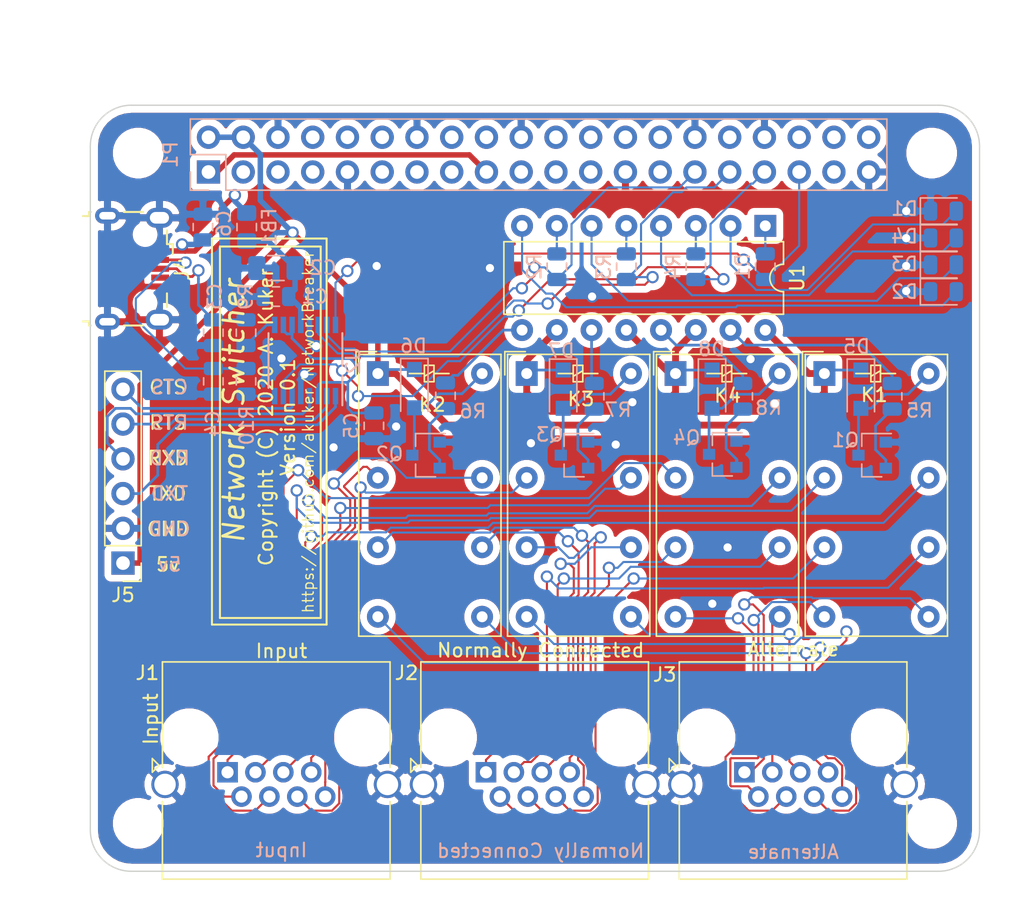
<source format=kicad_pcb>
(kicad_pcb (version 20171130) (host pcbnew "(5.1.4)-1")
  (title_block (date "15 nov 2012"))
  (layers (0 F.Cu signal) (31 B.Cu signal) (34 B.Paste user hide) (35 F.Paste user hide) (36 B.SilkS user) (37 F.SilkS user) (38 B.Mask user hide) (39 F.Mask user hide) (44 Edge.Cuts user hide))
  (net 0 "")
  (net 1 +3V3)
  (net 2 +5V)
  (net 3 GND)
  (net 4 /ENET1_PIN8)
  (net 5 /ENET1_PIN6)
  (net 6 /ENET1_PIN4)
  (net 7 /ENET1_PIN2)
  (net 8 /ENET1_PIN7)
  (net 9 /ENET1_PIN5)
  (net 10 /ENET1_PIN3)
  (net 11 /ENET1_PIN1)
  (net 12 /ENET2_PIN8)
  (net 13 /ENET2_PIN6)
  (net 14 /ENET2_PIN4)
  (net 15 /ENET2_PIN2)
  (net 16 /ENET2_PIN7)
  (net 17 /ENET2_PIN5)
  (net 18 /ENET2_PIN3)
  (net 19 /ENET2_PIN1)
  (net 20 /ENET3_PIN8)
  (net 21 /ENET3_PIN6)
  (net 22 /ENET3_PIN4)
  (net 23 /ENET3_PIN2)
  (net 24 /ENET3_PIN7)
  (net 25 /ENET3_PIN5)
  (net 26 /ENET3_PIN3)
  (net 27 /ENET3_PIN1)
  (net 28 "Net-(D6-Pad2)")
  (net 29 "Net-(D7-Pad2)")
  (net 30 "Net-(D8-Pad2)")
  (net 31 "Net-(D5-Pad2)")
  (net 32 "Net-(Q1-Pad2)")
  (net 33 "Net-(Q2-Pad2)")
  (net 34 "Net-(Q3-Pad2)")
  (net 35 "Net-(Q4-Pad2)")
  (net 36 "Net-(D1-Pad2)")
  (net 37 "Net-(R6-Pad2)")
  (net 38 "Net-(R1-Pad1)")
  (net 39 "Net-(D4-Pad2)")
  (net 40 "Net-(R7-Pad2)")
  (net 41 "Net-(R4-Pad1)")
  (net 42 "Net-(D3-Pad2)")
  (net 43 "Net-(R8-Pad2)")
  (net 44 "Net-(R3-Pad1)")
  (net 45 "Net-(D2-Pad2)")
  (net 46 "Net-(R5-Pad2)")
  (net 47 "Net-(R2-Pad1)")
  (net 48 "Net-(C3-Pad1)")
  (net 49 "Net-(C4-Pad1)")
  (net 50 /FTDI_Controller/FTDI_3v3_Out)
  (net 51 "Net-(C6-Pad1)")
  (net 52 GPIO19)
  (net 53 GPIO13)
  (net 54 GPIO6)
  (net 55 GPIO5)
  (net 56 "Net-(R9-Pad1)")
  (net 57 "Net-(R10-Pad1)")
  (net 58 /FTDI_Controller/FTDI_CTS)
  (net 59 /FTDI_Controller/FTDI_RTS)
  (net 60 /FTDI_Controller/FTDI_RXD)
  (net 61 /FTDI_Controller/FTDI_TXD)
  (module Package_DIP:DIP-16_W7.62mm (layer F.Cu) (at 249.3395 102.8195 270)
    (fp_text reference U1 (at 3.81 -2.33 90) (layer F.SilkS))
    (fp_text value TLP627-4)
    (pad 16 thru_hole oval (at 7.62 0 270) (size 1.6 1.6) (drill 0.8) (layers *.Cu *.Mask) (net 2 +5V))
    (pad 8 thru_hole oval (at 0 17.78 270) (size 1.6 1.6) (drill 0.8) (layers *.Cu *.Mask) (net 45 "Net-(D2-Pad2)"))
    (pad 15 thru_hole oval (at 7.62 2.54 270) (size 1.6 1.6) (drill 0.8) (layers *.Cu *.Mask) (net 46 "Net-(R5-Pad2)"))
    (pad 7 thru_hole oval (at 0 15.24 270) (size 1.6 1.6) (drill 0.8) (layers *.Cu *.Mask) (net 47 "Net-(R2-Pad1)"))
    (pad 14 thru_hole oval (at 7.62 5.08 270) (size 1.6 1.6) (drill 0.8) (layers *.Cu *.Mask) (net 2 +5V))
    (pad 6 thru_hole oval (at 0 12.7 270) (size 1.6 1.6) (drill 0.8) (layers *.Cu *.Mask) (net 42 "Net-(D3-Pad2)"))
    (pad 13 thru_hole oval (at 7.62 7.62 270) (size 1.6 1.6) (drill 0.8) (layers *.Cu *.Mask) (net 43 "Net-(R8-Pad2)"))
    (pad 5 thru_hole oval (at 0 10.16 270) (size 1.6 1.6) (drill 0.8) (layers *.Cu *.Mask) (net 44 "Net-(R3-Pad1)"))
    (pad 12 thru_hole oval (at 7.62 10.16 270) (size 1.6 1.6) (drill 0.8) (layers *.Cu *.Mask) (net 2 +5V))
    (pad 4 thru_hole oval (at 0 7.62 270) (size 1.6 1.6) (drill 0.8) (layers *.Cu *.Mask) (net 39 "Net-(D4-Pad2)"))
    (pad 11 thru_hole oval (at 7.62 12.7 270) (size 1.6 1.6) (drill 0.8) (layers *.Cu *.Mask) (net 40 "Net-(R7-Pad2)"))
    (pad 3 thru_hole oval (at 0 5.08 270) (size 1.6 1.6) (drill 0.8) (layers *.Cu *.Mask) (net 41 "Net-(R4-Pad1)"))
    (pad 10 thru_hole oval (at 7.62 15.24 270) (size 1.6 1.6) (drill 0.8) (layers *.Cu *.Mask) (net 2 +5V))
    (pad 2 thru_hole oval (at 0 2.54 270) (size 1.6 1.6) (drill 0.8) (layers *.Cu *.Mask) (net 36 "Net-(D1-Pad2)"))
    (pad 9 thru_hole oval (at 7.62 17.78 270) (size 1.6 1.6) (drill 0.8) (layers *.Cu *.Mask) (net 37 "Net-(R6-Pad2)"))
    (pad 1 thru_hole rect (at 0 0 270) (size 1.6 1.6) (drill 0.8) (layers *.Cu *.Mask) (net 38 "Net-(R1-Pad1)"))
  )
  (module Diode_SMD:D_SOD-123F (layer B.Cu) (at 234.565166 114.7575 270)
    (fp_text reference D7 (at -2.8067 0.148166) (layer B.SilkS) (effects (justify mirror)))
    (fp_text value D_Small)
    (pad 2 smd rect (at 1.4 0 270) (size 1.1 1.1) (layers B.Cu B.Paste B.Mask) (net 29 "Net-(D7-Pad2)"))
    (pad 1 smd rect (at -1.4 0 270) (size 1.1 1.1) (layers B.Cu B.Paste B.Mask) (net 2 +5V))
  )
  (module Resistor_SMD:R_0805_2012Metric (layer B.Cu) (at 211.3792 114.186 90)
    (fp_text reference R10 (at -3.2258 0.0508 90) (layer B.SilkS) (effects (justify mirror)))
    (fp_text value 27)
    (pad 2 smd roundrect (at 0.9375 0 90) (size 0.975 1.4) (layers B.Cu B.Paste B.Mask) (net 49 "Net-(C4-Pad1)"))
    (pad 1 smd roundrect (at -0.9375 0 90) (size 0.975 1.4) (layers B.Cu B.Paste B.Mask) (net 57 "Net-(R10-Pad1)"))
  )
  (module Resistor_SMD:R_0805_2012Metric (layer B.Cu) (at 211.3792 110.63 90)
    (fp_text reference R9 (at 2.6416 -0.0254 90) (layer B.SilkS) (effects (justify mirror)))
    (fp_text value 27)
    (pad 2 smd roundrect (at 0.9375 0 90) (size 0.975 1.4) (layers B.Cu B.Paste B.Mask) (net 48 "Net-(C3-Pad1)"))
    (pad 1 smd roundrect (at -0.9375 0 90) (size 0.975 1.4) (layers B.Cu B.Paste B.Mask) (net 56 "Net-(R9-Pad1)"))
  )
  (module Connector_PinHeader_2.54mm:PinHeader_1x06_P2.54mm_Vertical (layer F.Cu) (at 202.3876 127.4702 180)
    (fp_text reference J5 (at 0 -2.33) (layer F.SilkS))
    (fp_text value Conn_01x06)
    (pad 6 thru_hole oval (at 0 12.7 180) (size 1.7 1.7) (drill 1) (layers *.Cu *.Mask) (net 58 /FTDI_Controller/FTDI_CTS))
    (pad 5 thru_hole oval (at 0 10.16 180) (size 1.7 1.7) (drill 1) (layers *.Cu *.Mask) (net 59 /FTDI_Controller/FTDI_RTS))
    (pad 4 thru_hole oval (at 0 7.62 180) (size 1.7 1.7) (drill 1) (layers *.Cu *.Mask) (net 60 /FTDI_Controller/FTDI_RXD))
    (pad 3 thru_hole oval (at 0 5.08 180) (size 1.7 1.7) (drill 1) (layers *.Cu *.Mask) (net 61 /FTDI_Controller/FTDI_TXD))
    (pad 2 thru_hole oval (at 0 2.54 180) (size 1.7 1.7) (drill 1) (layers *.Cu *.Mask) (net 3 GND))
    (pad 1 thru_hole rect (at 0 0 180) (size 1.7 1.7) (drill 1) (layers *.Cu *.Mask) (net 2 +5V))
  )
  (module Resistor_SMD:R_0805_2012Metric_Pad1.15x1.40mm_HandSolder (layer B.Cu) (at 211.43 102.9084 90)
    (fp_text reference FB1 (at 0 1.65 90) (layer B.SilkS) (effects (justify mirror)))
    (fp_text value Ferrite_Bead_Small)
    (pad 2 smd roundrect (at 1.025 0 90) (size 1.15 1.4) (layers B.Cu B.Paste B.Mask) (roundrect_rratio 0.217391) (net 51 "Net-(C6-Pad1)"))
    (pad 1 smd roundrect (at -1.025 0 90) (size 1.15 1.4) (layers B.Cu B.Paste B.Mask) (roundrect_rratio 0.217391) (net 2 +5V))
  )
  (module Capacitor_SMD:C_0805_2012Metric (layer B.Cu) (at 208.2296 102.9084 90)
    (fp_text reference C6 (at 0.254 1.524 270) (layer B.SilkS) (effects (justify mirror)))
    (fp_text value 10nF)
    (pad 2 smd roundrect (at 0.9375 0 90) (size 0.975 1.4) (layers B.Cu B.Paste B.Mask) (net 3 GND))
    (pad 1 smd roundrect (at -0.9375 0 90) (size 0.975 1.4) (layers B.Cu B.Paste B.Mask) (net 51 "Net-(C6-Pad1)"))
  )
  (module Capacitor_SMD:C_0805_2012Metric (layer B.Cu) (at 220.7264 117.4372 270)
    (fp_text reference C5 (at 0 1.65 90) (layer B.SilkS) (effects (justify mirror)))
    (fp_text value 100nF)
    (pad 2 smd roundrect (at 0.9375 0 270) (size 0.975 1.4) (layers B.Cu B.Paste B.Mask) (net 3 GND))
    (pad 1 smd roundrect (at -0.9375 0 270) (size 0.975 1.4) (layers B.Cu B.Paste B.Mask) (net 50 /FTDI_Controller/FTDI_3v3_Out))
  )
  (module Capacitor_SMD:C_0805_2012Metric (layer B.Cu) (at 208.9916 114.186 270)
    (fp_text reference C4 (at 3.0988 0.0254 90) (layer B.SilkS) (effects (justify mirror)))
    (fp_text value 47pF)
    (pad 2 smd roundrect (at 0.9375 0 270) (size 0.975 1.4) (layers B.Cu B.Paste B.Mask) (net 3 GND))
    (pad 1 smd roundrect (at -0.9375 0 270) (size 0.975 1.4) (layers B.Cu B.Paste B.Mask) (net 49 "Net-(C4-Pad1)"))
  )
  (module Capacitor_SMD:C_0805_2012Metric (layer B.Cu) (at 208.9916 110.63 270)
    (fp_text reference C3 (at -2.6416 -0.1016 90) (layer B.SilkS) (effects (justify mirror)))
    (fp_text value 47pF)
    (pad 2 smd roundrect (at 0.9375 0 270) (size 0.975 1.4) (layers B.Cu B.Paste B.Mask) (net 3 GND))
    (pad 1 smd roundrect (at -0.9375 0 270) (size 0.975 1.4) (layers B.Cu B.Paste B.Mask) (net 48 "Net-(C3-Pad1)"))
  )
  (module Capacitor_SMD:C_1206_3216Metric (layer B.Cu) (at 213.5636 105.9056 180)
    (fp_text reference C2 (at -3.4544 0.0254) (layer B.SilkS) (effects (justify mirror)))
    (fp_text value 4.7uF)
    (pad 2 smd roundrect (at 1.4 0 180) (size 1.25 1.75) (layers B.Cu B.Paste B.Mask) (roundrect_rratio 0.2) (net 3 GND))
    (pad 1 smd roundrect (at -1.4 0 180) (size 1.25 1.75) (layers B.Cu B.Paste B.Mask) (roundrect_rratio 0.2) (net 2 +5V))
  )
  (module Capacitor_SMD:C_0805_2012Metric (layer B.Cu) (at 213.5636 107.9884 180)
    (fp_text reference C1 (at -2.8448 0) (layer B.SilkS) (effects (justify mirror)))
    (fp_text value 100nF)
    (pad 2 smd roundrect (at 0.9375 0 180) (size 0.975 1.4) (layers B.Cu B.Paste B.Mask) (net 3 GND))
    (pad 1 smd roundrect (at -0.9375 0 180) (size 0.975 1.4) (layers B.Cu B.Paste B.Mask) (net 2 +5V))
  )
  (module Package_TO_SOT_SMD:SOT-23 (layer B.Cu) (at 246.228 119.52 180)
    (fp_text reference Q4 (at 2.6416 1.2192 180) (layer B.SilkS) (effects (justify mirror)))
    (fp_text value 2N3904)
    (pad 3 smd rect (at 1 0 180) (size 0.9 0.8) (layers B.Cu B.Paste B.Mask) (net 30 "Net-(D8-Pad2)"))
    (pad 2 smd rect (at -1 -0.95 180) (size 0.9 0.8) (layers B.Cu B.Paste B.Mask) (net 35 "Net-(Q4-Pad2)"))
    (pad 1 smd rect (at -1 0.95 180) (size 0.9 0.8) (layers B.Cu B.Paste B.Mask) (net 3 GND))
  )
  (module Package_TO_SOT_SMD:SOT-23 (layer B.Cu) (at 235.390666 119.5835 180)
    (fp_text reference Q3 (at 1.811866 1.5113) (layer B.SilkS) (effects (justify mirror)))
    (fp_text value 2N3904)
    (pad 3 smd rect (at 1 0 180) (size 0.9 0.8) (layers B.Cu B.Paste B.Mask) (net 29 "Net-(D7-Pad2)"))
    (pad 2 smd rect (at -1 -0.95 180) (size 0.9 0.8) (layers B.Cu B.Paste B.Mask) (net 34 "Net-(Q3-Pad2)"))
    (pad 1 smd rect (at -1 0.95 180) (size 0.9 0.8) (layers B.Cu B.Paste B.Mask) (net 3 GND))
  )
  (module Package_TO_SOT_SMD:SOT-23 (layer B.Cu) (at 224.5364 119.5835 180)
    (fp_text reference Q2 (at 2.667 0.0889) (layer B.SilkS) (effects (justify mirror)))
    (fp_text value 2N3904)
    (pad 3 smd rect (at 1 0 180) (size 0.9 0.8) (layers B.Cu B.Paste B.Mask) (net 28 "Net-(D6-Pad2)"))
    (pad 2 smd rect (at -1 -0.95 180) (size 0.9 0.8) (layers B.Cu B.Paste B.Mask) (net 33 "Net-(Q2-Pad2)"))
    (pad 1 smd rect (at -1 0.95 180) (size 0.9 0.8) (layers B.Cu B.Paste B.Mask) (net 3 GND))
  )
  (module Diode_SMD:D_SOD-123F (layer B.Cu) (at 245.444832 114.7575 270)
    (fp_text reference D8 (at -2.9337 0.029632) (layer B.SilkS) (effects (justify mirror)))
    (fp_text value D_Small)
    (pad 2 smd rect (at 1.4 0 270) (size 1.1 1.1) (layers B.Cu B.Paste B.Mask) (net 30 "Net-(D8-Pad2)"))
    (pad 1 smd rect (at -1.4 0 270) (size 1.1 1.1) (layers B.Cu B.Paste B.Mask) (net 2 +5V))
  )
  (module Diode_SMD:D_SOD-123F (layer B.Cu) (at 223.6855 114.7225 270)
    (fp_text reference D6 (at -3.1273 0.0635) (layer B.SilkS) (effects (justify mirror)))
    (fp_text value D_Small)
    (pad 2 smd rect (at 1.4 0 270) (size 1.1 1.1) (layers B.Cu B.Paste B.Mask) (net 28 "Net-(D6-Pad2)"))
    (pad 1 smd rect (at -1.4 0 270) (size 1.1 1.1) (layers B.Cu B.Paste B.Mask) (net 2 +5V))
  )
  (module Diode_SMD:D_SOD-123F (layer B.Cu) (at 256.3245 114.7575 270)
    (fp_text reference D5 (at -3.1115 0.3175) (layer B.SilkS) (effects (justify mirror)))
    (fp_text value D_Small)
    (pad 2 smd rect (at 1.4 0 270) (size 1.1 1.1) (layers B.Cu B.Paste B.Mask) (net 31 "Net-(D5-Pad2)"))
    (pad 1 smd rect (at -1.4 0 270) (size 1.1 1.1) (layers B.Cu B.Paste B.Mask) (net 2 +5V))
  )
  (module Package_SO:SSOP-16_3.9x4.9mm_P0.635mm (layer B.Cu) (at 215.6972 112.662 90)
    (fp_text reference U2 (at 0 3.5 90) (layer B.SilkS) (effects (justify mirror)))
    (fp_text value FT230XS)
    (pad 16 smd rect (at 2.6 2.2225 90) (size 1.2 0.4) (layers B.Cu B.Paste B.Mask) (net 52 GPIO19))
    (pad 15 smd rect (at 2.6 1.5875 90) (size 1.2 0.4) (layers B.Cu B.Paste B.Mask) (net 55 GPIO5))
    (pad 14 smd rect (at 2.6 0.9525 90) (size 1.2 0.4) (layers B.Cu B.Paste B.Mask) (net 54 GPIO6))
    (pad 13 smd rect (at 2.6 0.3175 90) (size 1.2 0.4) (layers B.Cu B.Paste B.Mask) (net 3 GND))
    (pad 12 smd rect (at 2.6 -0.3175 90) (size 1.2 0.4) (layers B.Cu B.Paste B.Mask) (net 2 +5V))
    (pad 11 smd rect (at 2.6 -0.9525 90) (size 1.2 0.4) (layers B.Cu B.Paste B.Mask) (net 50 /FTDI_Controller/FTDI_3v3_Out))
    (pad 10 smd rect (at 2.6 -1.5875 90) (size 1.2 0.4) (layers B.Cu B.Paste B.Mask) (net 50 /FTDI_Controller/FTDI_3v3_Out))
    (pad 9 smd rect (at 2.6 -2.2225 90) (size 1.2 0.4) (layers B.Cu B.Paste B.Mask) (net 56 "Net-(R9-Pad1)"))
    (pad 8 smd rect (at -2.6 -2.2225 90) (size 1.2 0.4) (layers B.Cu B.Paste B.Mask) (net 57 "Net-(R10-Pad1)"))
    (pad 7 smd rect (at -2.6 -1.5875 90) (size 1.2 0.4) (layers B.Cu B.Paste B.Mask) (net 53 GPIO13))
    (pad 6 smd rect (at -2.6 -0.9525 90) (size 1.2 0.4) (layers B.Cu B.Paste B.Mask) (net 58 /FTDI_Controller/FTDI_CTS))
    (pad 5 smd rect (at -2.6 -0.3175 90) (size 1.2 0.4) (layers B.Cu B.Paste B.Mask) (net 3 GND))
    (pad 4 smd rect (at -2.6 0.3175 90) (size 1.2 0.4) (layers B.Cu B.Paste B.Mask) (net 60 /FTDI_Controller/FTDI_RXD))
    (pad 3 smd rect (at -2.6 0.9525 90) (size 1.2 0.4) (layers B.Cu B.Paste B.Mask) (net 50 /FTDI_Controller/FTDI_3v3_Out))
    (pad 2 smd rect (at -2.6 1.5875 90) (size 1.2 0.4) (layers B.Cu B.Paste B.Mask) (net 59 /FTDI_Controller/FTDI_RTS))
    (pad 1 smd rect (at -2.6 2.2225 90) (size 1.2 0.4) (layers B.Cu B.Paste B.Mask) (net 61 /FTDI_Controller/FTDI_TXD))
  )
  (module Resistor_SMD:R_0805_2012Metric (layer B.Cu) (at 247.6885 115.2775 90)
    (fp_text reference R8 (at -0.8389 1.8923 180) (layer B.SilkS) (effects (justify mirror)))
    (fp_text value R_Small)
    (pad 2 smd roundrect (at 0.9375 0 90) (size 0.975 1.4) (layers B.Cu B.Paste B.Mask) (net 43 "Net-(R8-Pad2)"))
    (pad 1 smd roundrect (at -0.9375 0 90) (size 0.975 1.4) (layers B.Cu B.Paste B.Mask) (net 35 "Net-(Q4-Pad2)"))
  )
  (module Resistor_SMD:R_0805_2012Metric (layer B.Cu) (at 236.83 115.2775 90)
    (fp_text reference R7 (at -0.9913 1.7526 180) (layer B.SilkS) (effects (justify mirror)))
    (fp_text value R_Small)
    (pad 2 smd roundrect (at 0.9375 0 90) (size 0.975 1.4) (layers B.Cu B.Paste B.Mask) (net 40 "Net-(R7-Pad2)"))
    (pad 1 smd roundrect (at -0.9375 0 90) (size 0.975 1.4) (layers B.Cu B.Paste B.Mask) (net 34 "Net-(Q3-Pad2)"))
  )
  (module Resistor_SMD:R_0805_2012Metric (layer B.Cu) (at 225.9588 115.2425 90)
    (fp_text reference R6 (at -1.1279 2.0066 180) (layer B.SilkS) (effects (justify mirror)))
    (fp_text value R_Small)
    (pad 2 smd roundrect (at 0.9375 0 90) (size 0.975 1.4) (layers B.Cu B.Paste B.Mask) (net 37 "Net-(R6-Pad2)"))
    (pad 1 smd roundrect (at -0.9375 0 90) (size 0.975 1.4) (layers B.Cu B.Paste B.Mask) (net 33 "Net-(Q2-Pad2)"))
  )
  (module Resistor_SMD:R_0805_2012Metric (layer B.Cu) (at 258.6105 115.2775 90)
    (fp_text reference R5 (at -1.0421 1.9939 180) (layer B.SilkS) (effects (justify mirror)))
    (fp_text value R_Small)
    (pad 2 smd roundrect (at 0.9375 0 90) (size 0.975 1.4) (layers B.Cu B.Paste B.Mask) (net 46 "Net-(R5-Pad2)"))
    (pad 1 smd roundrect (at -0.9375 0 90) (size 0.975 1.4) (layers B.Cu B.Paste B.Mask) (net 32 "Net-(Q1-Pad2)"))
  )
  (module Resistor_SMD:R_0805_2012Metric (layer B.Cu) (at 244.2595 105.804 270)
    (fp_text reference R4 (at 0 1.65 90) (layer B.SilkS) (effects (justify mirror)))
    (fp_text value R_Small)
    (pad 2 smd roundrect (at 0.9375 0 270) (size 0.975 1.4) (layers B.Cu B.Paste B.Mask) (net 53 GPIO13))
    (pad 1 smd roundrect (at -0.9375 0 270) (size 0.975 1.4) (layers B.Cu B.Paste B.Mask) (net 41 "Net-(R4-Pad1)"))
  )
  (module Resistor_SMD:R_0805_2012Metric (layer B.Cu) (at 239.1795 105.804 270)
    (fp_text reference R3 (at 0 1.65 90) (layer B.SilkS) (effects (justify mirror)))
    (fp_text value R_Small)
    (pad 2 smd roundrect (at 0.9375 0 270) (size 0.975 1.4) (layers B.Cu B.Paste B.Mask) (net 54 GPIO6))
    (pad 1 smd roundrect (at -0.9375 0 270) (size 0.975 1.4) (layers B.Cu B.Paste B.Mask) (net 44 "Net-(R3-Pad1)"))
  )
  (module Resistor_SMD:R_0805_2012Metric (layer B.Cu) (at 234.0995 105.804 270)
    (fp_text reference R2 (at 0 1.65 90) (layer B.SilkS) (effects (justify mirror)))
    (fp_text value R_Small)
    (pad 2 smd roundrect (at 0.9375 0 270) (size 0.975 1.4) (layers B.Cu B.Paste B.Mask) (net 55 GPIO5))
    (pad 1 smd roundrect (at -0.9375 0 270) (size 0.975 1.4) (layers B.Cu B.Paste B.Mask) (net 47 "Net-(R2-Pad1)"))
  )
  (module Resistor_SMD:R_0805_2012Metric (layer B.Cu) (at 249.3395 105.804 270)
    (fp_text reference R1 (at 0 1.65 90) (layer B.SilkS) (effects (justify mirror)))
    (fp_text value R_Small)
    (pad 2 smd roundrect (at 0.9375 0 270) (size 0.975 1.4) (layers B.Cu B.Paste B.Mask) (net 52 GPIO19))
    (pad 1 smd roundrect (at -0.9375 0 270) (size 0.975 1.4) (layers B.Cu B.Paste B.Mask) (net 38 "Net-(R1-Pad1)"))
  )
  (module Package_TO_SOT_SMD:SOT-23 (layer B.Cu) (at 257.15 119.5835 180)
    (fp_text reference Q1 (at 1.9558 1.1049 180) (layer B.SilkS) (effects (justify mirror)))
    (fp_text value 2N3904)
    (pad 3 smd rect (at 1 0 180) (size 0.9 0.8) (layers B.Cu B.Paste B.Mask) (net 31 "Net-(D5-Pad2)"))
    (pad 2 smd rect (at -1 -0.95 180) (size 0.9 0.8) (layers B.Cu B.Paste B.Mask) (net 32 "Net-(Q1-Pad2)"))
    (pad 1 smd rect (at -1 0.95 180) (size 0.9 0.8) (layers B.Cu B.Paste B.Mask) (net 3 GND))
  )
  (module Connector_PinSocket_2.54mm:PinSocket_2x20_P2.54mm_Vertical (layer B.Cu) (at 208.636 98.8825 270)
    (fp_text reference P1 (at -1.27 2.77 270) (layer B.SilkS) (effects (justify mirror)))
    (fp_text value Conn_02x20_Odd_Even)
    (pad 40 thru_hole oval (at -2.54 -48.26 270) (size 1.7 1.7) (drill 1) (layers *.Cu *.Mask))
    (pad 39 thru_hole oval (at 0 -48.26 270) (size 1.7 1.7) (drill 1) (layers *.Cu *.Mask) (net 3 GND))
    (pad 38 thru_hole oval (at -2.54 -45.72 270) (size 1.7 1.7) (drill 1) (layers *.Cu *.Mask))
    (pad 37 thru_hole oval (at 0 -45.72 270) (size 1.7 1.7) (drill 1) (layers *.Cu *.Mask))
    (pad 36 thru_hole oval (at -2.54 -43.18 270) (size 1.7 1.7) (drill 1) (layers *.Cu *.Mask))
    (pad 35 thru_hole oval (at 0 -43.18 270) (size 1.7 1.7) (drill 1) (layers *.Cu *.Mask) (net 52 GPIO19))
    (pad 34 thru_hole oval (at -2.54 -40.64 270) (size 1.7 1.7) (drill 1) (layers *.Cu *.Mask) (net 3 GND))
    (pad 33 thru_hole oval (at 0 -40.64 270) (size 1.7 1.7) (drill 1) (layers *.Cu *.Mask) (net 53 GPIO13))
    (pad 32 thru_hole oval (at -2.54 -38.1 270) (size 1.7 1.7) (drill 1) (layers *.Cu *.Mask))
    (pad 31 thru_hole oval (at 0 -38.1 270) (size 1.7 1.7) (drill 1) (layers *.Cu *.Mask) (net 54 GPIO6))
    (pad 30 thru_hole oval (at -2.54 -35.56 270) (size 1.7 1.7) (drill 1) (layers *.Cu *.Mask) (net 3 GND))
    (pad 29 thru_hole oval (at 0 -35.56 270) (size 1.7 1.7) (drill 1) (layers *.Cu *.Mask) (net 55 GPIO5))
    (pad 28 thru_hole oval (at -2.54 -33.02 270) (size 1.7 1.7) (drill 1) (layers *.Cu *.Mask))
    (pad 27 thru_hole oval (at 0 -33.02 270) (size 1.7 1.7) (drill 1) (layers *.Cu *.Mask))
    (pad 26 thru_hole oval (at -2.54 -30.48 270) (size 1.7 1.7) (drill 1) (layers *.Cu *.Mask))
    (pad 25 thru_hole oval (at 0 -30.48 270) (size 1.7 1.7) (drill 1) (layers *.Cu *.Mask) (net 3 GND))
    (pad 24 thru_hole oval (at -2.54 -27.94 270) (size 1.7 1.7) (drill 1) (layers *.Cu *.Mask))
    (pad 23 thru_hole oval (at 0 -27.94 270) (size 1.7 1.7) (drill 1) (layers *.Cu *.Mask))
    (pad 22 thru_hole oval (at -2.54 -25.4 270) (size 1.7 1.7) (drill 1) (layers *.Cu *.Mask))
    (pad 21 thru_hole oval (at 0 -25.4 270) (size 1.7 1.7) (drill 1) (layers *.Cu *.Mask))
    (pad 20 thru_hole oval (at -2.54 -22.86 270) (size 1.7 1.7) (drill 1) (layers *.Cu *.Mask) (net 3 GND))
    (pad 19 thru_hole oval (at 0 -22.86 270) (size 1.7 1.7) (drill 1) (layers *.Cu *.Mask))
    (pad 18 thru_hole oval (at -2.54 -20.32 270) (size 1.7 1.7) (drill 1) (layers *.Cu *.Mask))
    (pad 17 thru_hole oval (at 0 -20.32 270) (size 1.7 1.7) (drill 1) (layers *.Cu *.Mask) (net 1 +3V3))
    (pad 16 thru_hole oval (at -2.54 -17.78 270) (size 1.7 1.7) (drill 1) (layers *.Cu *.Mask))
    (pad 15 thru_hole oval (at 0 -17.78 270) (size 1.7 1.7) (drill 1) (layers *.Cu *.Mask))
    (pad 14 thru_hole oval (at -2.54 -15.24 270) (size 1.7 1.7) (drill 1) (layers *.Cu *.Mask) (net 3 GND))
    (pad 13 thru_hole oval (at 0 -15.24 270) (size 1.7 1.7) (drill 1) (layers *.Cu *.Mask))
    (pad 12 thru_hole oval (at -2.54 -12.7 270) (size 1.7 1.7) (drill 1) (layers *.Cu *.Mask))
    (pad 11 thru_hole oval (at 0 -12.7 270) (size 1.7 1.7) (drill 1) (layers *.Cu *.Mask))
    (pad 10 thru_hole oval (at -2.54 -10.16 270) (size 1.7 1.7) (drill 1) (layers *.Cu *.Mask))
    (pad 9 thru_hole oval (at 0 -10.16 270) (size 1.7 1.7) (drill 1) (layers *.Cu *.Mask) (net 3 GND))
    (pad 8 thru_hole oval (at -2.54 -7.62 270) (size 1.7 1.7) (drill 1) (layers *.Cu *.Mask))
    (pad 7 thru_hole oval (at 0 -7.62 270) (size 1.7 1.7) (drill 1) (layers *.Cu *.Mask))
    (pad 6 thru_hole oval (at -2.54 -5.08 270) (size 1.7 1.7) (drill 1) (layers *.Cu *.Mask) (net 3 GND))
    (pad 5 thru_hole oval (at 0 -5.08 270) (size 1.7 1.7) (drill 1) (layers *.Cu *.Mask))
    (pad 4 thru_hole oval (at -2.54 -2.54 270) (size 1.7 1.7) (drill 1) (layers *.Cu *.Mask) (net 2 +5V))
    (pad 3 thru_hole oval (at 0 -2.54 270) (size 1.7 1.7) (drill 1) (layers *.Cu *.Mask))
    (pad 2 thru_hole oval (at -2.54 0 270) (size 1.7 1.7) (drill 1) (layers *.Cu *.Mask) (net 2 +5V))
    (pad 1 thru_hole rect (at 0 0 270) (size 1.7 1.7) (drill 1) (layers *.Cu *.Mask) (net 1 +3V3))
  )
  (module Connector_USB:USB_Micro-B_Wuerth_629105150521 (layer F.Cu) (at 203.2005 105.9545 270)
    (fp_text reference J4 (at 0 -3.5 90) (layer F.SilkS))
    (fp_text value USB_B_Micro)
    (pad "" np_thru_hole oval (at 2.5 -0.8 270) (size 0.8 0.8) (drill 0.8) (layers *.Cu *.Mask))
    (pad "" np_thru_hole oval (at -2.5 -0.8 270) (size 0.8 0.8) (drill 0.8) (layers *.Cu *.Mask))
    (pad 6 thru_hole oval (at 3.875 1.95 270) (size 1.15 1.8) (drill oval 0.55 1.2) (layers *.Cu *.Mask) (net 3 GND))
    (pad 6 thru_hole oval (at -3.875 1.95 270) (size 1.15 1.8) (drill oval 0.55 1.2) (layers *.Cu *.Mask) (net 3 GND))
    (pad 6 thru_hole oval (at 3.725 -1.85 270) (size 1.45 2) (drill oval 0.85 1.4) (layers *.Cu *.Mask) (net 3 GND))
    (pad 6 thru_hole oval (at -3.725 -1.85 270) (size 1.45 2) (drill oval 0.85 1.4) (layers *.Cu *.Mask) (net 3 GND))
    (pad 5 smd rect (at 1.3 -1.9 270) (size 0.45 1.3) (layers F.Cu F.Paste F.Mask) (net 3 GND))
    (pad 4 smd rect (at 0.65 -1.9 270) (size 0.45 1.3) (layers F.Cu F.Paste F.Mask))
    (pad 3 smd rect (at 0 -1.9 270) (size 0.45 1.3) (layers F.Cu F.Paste F.Mask) (net 48 "Net-(C3-Pad1)"))
    (pad 2 smd rect (at -0.65 -1.9 270) (size 0.45 1.3) (layers F.Cu F.Paste F.Mask) (net 49 "Net-(C4-Pad1)"))
    (pad 1 smd rect (at -1.3 -1.9 270) (size 0.45 1.3) (layers F.Cu F.Paste F.Mask) (net 51 "Net-(C6-Pad1)"))
  )
  (module LED_SMD:LED_0805_2012Metric (layer B.Cu) (at 262.357 103.704266)
    (fp_text reference D4 (at -2.8448 -0.118533) (layer B.SilkS) (effects (justify mirror)))
    (fp_text value LED_Small)
    (pad 2 smd roundrect (at 0.9375 0) (size 0.975 1.4) (layers B.Cu B.Paste B.Mask) (net 39 "Net-(D4-Pad2)"))
    (pad 1 smd roundrect (at -0.9375 0) (size 0.975 1.4) (layers B.Cu B.Paste B.Mask) (net 3 GND))
  )
  (module LED_SMD:LED_0805_2012Metric (layer B.Cu) (at 262.357 105.668532)
    (fp_text reference D3 (at -2.8448 -0.059266) (layer B.SilkS) (effects (justify mirror)))
    (fp_text value LED_Small)
    (pad 2 smd roundrect (at 0.9375 0) (size 0.975 1.4) (layers B.Cu B.Paste B.Mask) (net 42 "Net-(D3-Pad2)"))
    (pad 1 smd roundrect (at -0.9375 0) (size 0.975 1.4) (layers B.Cu B.Paste B.Mask) (net 3 GND))
  )
  (module LED_SMD:LED_0805_2012Metric (layer B.Cu) (at 262.357 107.632798)
    (fp_text reference D2 (at -2.8448 0.000002) (layer B.SilkS) (effects (justify mirror)))
    (fp_text value LED_Small)
    (pad 2 smd roundrect (at 0.9375 0) (size 0.975 1.4) (layers B.Cu B.Paste B.Mask) (net 45 "Net-(D2-Pad2)"))
    (pad 1 smd roundrect (at -0.9375 0) (size 0.975 1.4) (layers B.Cu B.Paste B.Mask) (net 3 GND))
  )
  (module LED_SMD:LED_0805_2012Metric (layer B.Cu) (at 262.357 101.74)
    (fp_text reference D1 (at -2.8448 -0.1778) (layer B.SilkS) (effects (justify mirror)))
    (fp_text value LED_Small)
    (pad 2 smd roundrect (at 0.9375 0) (size 0.975 1.4) (layers B.Cu B.Paste B.Mask) (net 36 "Net-(D1-Pad2)"))
    (pad 1 smd roundrect (at -0.9375 0) (size 0.975 1.4) (layers B.Cu B.Paste B.Mask) (net 3 GND))
  )
  (module Connector_RJ:RJ45_Amphenol_RJHSE5380 (layer F.Cu) (at 247.8115 142.761)
    (fp_text reference J3 (at -5.8253 -7.1374) (layer F.SilkS))
    (fp_text value 8P8C_Shielded)
    (pad SH thru_hole circle (at -4.57 0.89) (size 2 2) (drill 1.57) (layers *.Cu *.Mask) (net 3 GND))
    (pad SH thru_hole circle (at 11.69 0.89) (size 2 2) (drill 1.57) (layers *.Cu *.Mask) (net 3 GND))
    (pad "" np_thru_hole circle (at 9.91 -2.54) (size 3.25 3.25) (drill 3.25) (layers *.Cu *.Mask))
    (pad "" np_thru_hole circle (at -2.79 -2.54) (size 3.25 3.25) (drill 3.25) (layers *.Cu *.Mask))
    (pad 8 thru_hole circle (at 7.14 1.78) (size 1.5 1.5) (drill 0.89) (layers *.Cu *.Mask) (net 20 /ENET3_PIN8))
    (pad 6 thru_hole circle (at 5.1 1.78) (size 1.5 1.5) (drill 0.89) (layers *.Cu *.Mask) (net 21 /ENET3_PIN6))
    (pad 4 thru_hole circle (at 3.06 1.78) (size 1.5 1.5) (drill 0.89) (layers *.Cu *.Mask) (net 22 /ENET3_PIN4))
    (pad 2 thru_hole circle (at 1.02 1.78) (size 1.5 1.5) (drill 0.89) (layers *.Cu *.Mask) (net 23 /ENET3_PIN2))
    (pad 7 thru_hole circle (at 6.12 0) (size 1.5 1.5) (drill 0.89) (layers *.Cu *.Mask) (net 24 /ENET3_PIN7))
    (pad 5 thru_hole circle (at 4.08 0) (size 1.5 1.5) (drill 0.89) (layers *.Cu *.Mask) (net 25 /ENET3_PIN5))
    (pad 3 thru_hole circle (at 2.04 0) (size 1.5 1.5) (drill 0.89) (layers *.Cu *.Mask) (net 26 /ENET3_PIN3))
    (pad 1 thru_hole rect (at 0 0) (size 1.5 1.5) (drill 0.89) (layers *.Cu *.Mask) (net 27 /ENET3_PIN1))
  )
  (module Connector_RJ:RJ45_Amphenol_RJHSE5380 (layer F.Cu) (at 228.92025 142.761)
    (fp_text reference J2 (at -5.80625 -7.2644) (layer F.SilkS))
    (fp_text value 8P8C_Shielded)
    (pad SH thru_hole circle (at -4.57 0.89) (size 2 2) (drill 1.57) (layers *.Cu *.Mask) (net 3 GND))
    (pad SH thru_hole circle (at 11.69 0.89) (size 2 2) (drill 1.57) (layers *.Cu *.Mask) (net 3 GND))
    (pad "" np_thru_hole circle (at 9.91 -2.54) (size 3.25 3.25) (drill 3.25) (layers *.Cu *.Mask))
    (pad "" np_thru_hole circle (at -2.79 -2.54) (size 3.25 3.25) (drill 3.25) (layers *.Cu *.Mask))
    (pad 8 thru_hole circle (at 7.14 1.78) (size 1.5 1.5) (drill 0.89) (layers *.Cu *.Mask) (net 12 /ENET2_PIN8))
    (pad 6 thru_hole circle (at 5.1 1.78) (size 1.5 1.5) (drill 0.89) (layers *.Cu *.Mask) (net 13 /ENET2_PIN6))
    (pad 4 thru_hole circle (at 3.06 1.78) (size 1.5 1.5) (drill 0.89) (layers *.Cu *.Mask) (net 14 /ENET2_PIN4))
    (pad 2 thru_hole circle (at 1.02 1.78) (size 1.5 1.5) (drill 0.89) (layers *.Cu *.Mask) (net 15 /ENET2_PIN2))
    (pad 7 thru_hole circle (at 6.12 0) (size 1.5 1.5) (drill 0.89) (layers *.Cu *.Mask) (net 16 /ENET2_PIN7))
    (pad 5 thru_hole circle (at 4.08 0) (size 1.5 1.5) (drill 0.89) (layers *.Cu *.Mask) (net 17 /ENET2_PIN5))
    (pad 3 thru_hole circle (at 2.04 0) (size 1.5 1.5) (drill 0.89) (layers *.Cu *.Mask) (net 18 /ENET2_PIN3))
    (pad 1 thru_hole rect (at 0 0) (size 1.5 1.5) (drill 0.89) (layers *.Cu *.Mask) (net 19 /ENET2_PIN1))
  )
  (module Connector_RJ:RJ45_Amphenol_RJHSE5380 (layer F.Cu) (at 210.029 142.761)
    (fp_text reference J1 (at -5.8634 -7.2644) (layer F.SilkS))
    (fp_text value 8P8C_Shielded)
    (pad SH thru_hole circle (at -4.57 0.89) (size 2 2) (drill 1.57) (layers *.Cu *.Mask) (net 3 GND))
    (pad SH thru_hole circle (at 11.69 0.89) (size 2 2) (drill 1.57) (layers *.Cu *.Mask) (net 3 GND))
    (pad "" np_thru_hole circle (at 9.91 -2.54) (size 3.25 3.25) (drill 3.25) (layers *.Cu *.Mask))
    (pad "" np_thru_hole circle (at -2.79 -2.54) (size 3.25 3.25) (drill 3.25) (layers *.Cu *.Mask))
    (pad 8 thru_hole circle (at 7.14 1.78) (size 1.5 1.5) (drill 0.89) (layers *.Cu *.Mask) (net 4 /ENET1_PIN8))
    (pad 6 thru_hole circle (at 5.1 1.78) (size 1.5 1.5) (drill 0.89) (layers *.Cu *.Mask) (net 5 /ENET1_PIN6))
    (pad 4 thru_hole circle (at 3.06 1.78) (size 1.5 1.5) (drill 0.89) (layers *.Cu *.Mask) (net 6 /ENET1_PIN4))
    (pad 2 thru_hole circle (at 1.02 1.78) (size 1.5 1.5) (drill 0.89) (layers *.Cu *.Mask) (net 7 /ENET1_PIN2))
    (pad 7 thru_hole circle (at 6.12 0) (size 1.5 1.5) (drill 0.89) (layers *.Cu *.Mask) (net 8 /ENET1_PIN7))
    (pad 5 thru_hole circle (at 4.08 0) (size 1.5 1.5) (drill 0.89) (layers *.Cu *.Mask) (net 9 /ENET1_PIN5))
    (pad 3 thru_hole circle (at 2.04 0) (size 1.5 1.5) (drill 0.89) (layers *.Cu *.Mask) (net 10 /ENET1_PIN3))
    (pad 1 thru_hole rect (at 0 0) (size 1.5 1.5) (drill 0.89) (layers *.Cu *.Mask) (net 11 /ENET1_PIN1))
  )
  (module Relay_THT:Relay_DPDT_Finder_30.22 (layer F.Cu) (at 253.6575 113.6145 270)
    (fp_text reference K1 (at 1.5621 -3.6449 180) (layer F.SilkS))
    (fp_text value M4-5HAW)
    (pad 12 thru_hole circle (at 12.7 0) (size 1.6 1.6) (drill 0.8) (layers *.Cu *.Mask) (net 15 /ENET2_PIN2))
    (pad 14 thru_hole circle (at 17.78 0) (size 1.6 1.6) (drill 0.8) (layers *.Cu *.Mask) (net 23 /ENET3_PIN2))
    (pad 11 thru_hole circle (at 7.62 0) (size 1.6 1.6) (drill 0.8) (layers *.Cu *.Mask) (net 7 /ENET1_PIN2))
    (pad A2 thru_hole circle (at 0 -7.62) (size 1.6 1.6) (drill 0.8) (layers *.Cu *.Mask) (net 31 "Net-(D5-Pad2)"))
    (pad A1 thru_hole rect (at 0 0) (size 1.6 1.8) (drill 0.8) (layers *.Cu *.Mask) (net 2 +5V))
    (pad 24 thru_hole circle (at 17.78 -7.62 90) (size 1.6 1.6) (drill 0.8) (layers *.Cu *.Mask) (net 27 /ENET3_PIN1))
    (pad 22 thru_hole circle (at 12.7 -7.62) (size 1.6 1.6) (drill 0.8) (layers *.Cu *.Mask) (net 19 /ENET2_PIN1))
    (pad 21 thru_hole circle (at 7.62 -7.62) (size 1.6 1.6) (drill 0.8) (layers *.Cu *.Mask) (net 11 /ENET1_PIN1))
  )
  (module Relay_THT:Relay_DPDT_Finder_30.22 (layer F.Cu) (at 242.777832 113.6145 270)
    (fp_text reference K4 (at 1.6129 -3.805768 180) (layer F.SilkS))
    (fp_text value M4-5HAW)
    (pad 12 thru_hole circle (at 12.7 0) (size 1.6 1.6) (drill 0.8) (layers *.Cu *.Mask) (net 14 /ENET2_PIN4))
    (pad 14 thru_hole circle (at 17.78 0) (size 1.6 1.6) (drill 0.8) (layers *.Cu *.Mask) (net 22 /ENET3_PIN4))
    (pad 11 thru_hole circle (at 7.62 0) (size 1.6 1.6) (drill 0.8) (layers *.Cu *.Mask) (net 6 /ENET1_PIN4))
    (pad A2 thru_hole circle (at 0 -7.62) (size 1.6 1.6) (drill 0.8) (layers *.Cu *.Mask) (net 30 "Net-(D8-Pad2)"))
    (pad A1 thru_hole rect (at 0 0) (size 1.6 1.8) (drill 0.8) (layers *.Cu *.Mask) (net 2 +5V))
    (pad 24 thru_hole circle (at 17.78 -7.62 90) (size 1.6 1.6) (drill 0.8) (layers *.Cu *.Mask) (net 26 /ENET3_PIN3))
    (pad 22 thru_hole circle (at 12.7 -7.62) (size 1.6 1.6) (drill 0.8) (layers *.Cu *.Mask) (net 18 /ENET2_PIN3))
    (pad 21 thru_hole circle (at 7.62 -7.62) (size 1.6 1.6) (drill 0.8) (layers *.Cu *.Mask) (net 10 /ENET1_PIN3))
  )
  (module Relay_THT:Relay_DPDT_Finder_30.22 (layer F.Cu) (at 231.898166 113.6145 270)
    (fp_text reference K3 (at 1.8669 -3.966634 180) (layer F.SilkS))
    (fp_text value M4-5HAW)
    (pad 12 thru_hole circle (at 12.7 0) (size 1.6 1.6) (drill 0.8) (layers *.Cu *.Mask) (net 13 /ENET2_PIN6))
    (pad 14 thru_hole circle (at 17.78 0) (size 1.6 1.6) (drill 0.8) (layers *.Cu *.Mask) (net 21 /ENET3_PIN6))
    (pad 11 thru_hole circle (at 7.62 0) (size 1.6 1.6) (drill 0.8) (layers *.Cu *.Mask) (net 5 /ENET1_PIN6))
    (pad A2 thru_hole circle (at 0 -7.62) (size 1.6 1.6) (drill 0.8) (layers *.Cu *.Mask) (net 29 "Net-(D7-Pad2)"))
    (pad A1 thru_hole rect (at 0 0) (size 1.6 1.8) (drill 0.8) (layers *.Cu *.Mask) (net 2 +5V))
    (pad 24 thru_hole circle (at 17.78 -7.62 90) (size 1.6 1.6) (drill 0.8) (layers *.Cu *.Mask) (net 25 /ENET3_PIN5))
    (pad 22 thru_hole circle (at 12.7 -7.62) (size 1.6 1.6) (drill 0.8) (layers *.Cu *.Mask) (net 17 /ENET2_PIN5))
    (pad 21 thru_hole circle (at 7.62 -7.62) (size 1.6 1.6) (drill 0.8) (layers *.Cu *.Mask) (net 9 /ENET1_PIN5))
  )
  (module Relay_THT:Relay_DPDT_Finder_30.22 (layer F.Cu) (at 221.0185 113.6145 270)
    (fp_text reference K2 (at 2.2733 -3.9751 180) (layer F.SilkS))
    (fp_text value M4-5HAW)
    (pad 12 thru_hole circle (at 12.7 0) (size 1.6 1.6) (drill 0.8) (layers *.Cu *.Mask) (net 12 /ENET2_PIN8))
    (pad 14 thru_hole circle (at 17.78 0) (size 1.6 1.6) (drill 0.8) (layers *.Cu *.Mask) (net 20 /ENET3_PIN8))
    (pad 11 thru_hole circle (at 7.62 0) (size 1.6 1.6) (drill 0.8) (layers *.Cu *.Mask) (net 4 /ENET1_PIN8))
    (pad A2 thru_hole circle (at 0 -7.62) (size 1.6 1.6) (drill 0.8) (layers *.Cu *.Mask) (net 28 "Net-(D6-Pad2)"))
    (pad A1 thru_hole rect (at 0 0) (size 1.6 1.8) (drill 0.8) (layers *.Cu *.Mask) (net 2 +5V))
    (pad 24 thru_hole circle (at 17.78 -7.62 90) (size 1.6 1.6) (drill 0.8) (layers *.Cu *.Mask) (net 24 /ENET3_PIN7))
    (pad 22 thru_hole circle (at 12.7 -7.62) (size 1.6 1.6) (drill 0.8) (layers *.Cu *.Mask) (net 16 /ENET2_PIN7))
    (pad 21 thru_hole circle (at 7.62 -7.62) (size 1.6 1.6) (drill 0.8) (layers *.Cu *.Mask) (net 8 /ENET1_PIN7))
  )
  (module MountingHole:MountingHole_2.7mm_M2.5 (layer F.Cu) (at 261.5 146.5)
    (fp_text reference MK4)
    (fp_text value M2.5)
    (pad 1 np_thru_hole circle (at 0 0) (size 2.7 2.7) (drill 2.7) (layers *.Cu *.Mask))
  )
  (module MountingHole:MountingHole_2.7mm_M2.5 (layer F.Cu) (at 203.5 146.5)
    (fp_text reference MK3)
    (fp_text value M2.5)
    (pad 1 np_thru_hole circle (at 0 0) (size 2.7 2.7) (drill 2.7) (layers *.Cu *.Mask))
  )
  (module MountingHole:MountingHole_2.7mm_M2.5 (layer F.Cu) (at 261.5 97.5 180)
    (fp_text reference MK2)
    (fp_text value M2.5)
    (pad 1 np_thru_hole circle (at 0 0 180) (size 2.7 2.7) (drill 2.7) (layers *.Cu *.Mask))
  )
  (module MountingHole:MountingHole_2.7mm_M2.5 (layer F.Cu) (at 203.5 97.5 180)
    (fp_text reference MK1)
    (fp_text value M2.5)
    (pad 1 np_thru_hole circle (at 0 0 180) (size 2.7 2.7) (drill 2.7) (layers *.Cu *.Mask))
  )
  (gr_text CTS (at 205.7912 114.6178) (layer B.SilkS) (effects (font (size 1 1)) (justify mirror)))
  (gr_text RXD (at 205.7912 119.7994) (layer B.SilkS) (effects (font (size 1 1)) (justify mirror)))
  (gr_text 5v (at 205.7912 127.5718) (layer B.SilkS) (effects (font (size 1 1)) (justify mirror)))
  (gr_text GND (at 205.7912 124.981) (layer B.SilkS) (effects (font (size 1 1)) (justify mirror)))
  (gr_text RTS (at 205.7912 117.2086) (layer B.SilkS) (effects (font (size 1 1)) (justify mirror)))
  (gr_text TXD (at 205.7912 122.3902) (layer B.SilkS) (effects (font (size 1 1)) (justify mirror)))
  (gr_text "Normally Connected" (at 232.9184 148.5014) (layer B.SilkS) (effects (font (size 1 1)) (justify mirror)))
  (gr_text Input (at 213.97 148.4506) (layer B.SilkS) (effects (font (size 1 1)) (justify mirror)))
  (gr_text Alternate (at 251.3842 148.5776) (layer B.SilkS) (effects (font (size 1 1)) (justify mirror)))
  (gr_text Alternate (at 251.3842 133.7694) (layer F.SilkS) (effects (font (size 1 1))))
  (gr_text "Normally Connected" (at 232.9184 133.8456) (layer F.SilkS) (effects (font (size 1 1))))
  (gr_text Input (at 204.4196 138.8748 90) (layer F.SilkS) (effects (font (size 1 1))))
  (gr_text Input (at 213.97 133.8964) (layer F.SilkS) (effects (font (size 1 1))))
  (gr_text CTS (at 205.6642 114.6178) (layer F.SilkS) (effects (font (size 1 1))))
  (gr_text RTS (at 205.6642 117.2086) (layer F.SilkS) (effects (font (size 1 1))))
  (gr_text RXD (at 205.6642 119.7994) (layer F.SilkS) (effects (font (size 1 1))))
  (gr_text TXD (at 205.6642 122.3902) (layer F.SilkS) (effects (font (size 1 1))))
  (gr_text GND (at 205.6642 124.981) (layer F.SilkS) (effects (font (size 1 1))))
  (gr_text 5v (at 205.6642 127.5718) (layer F.SilkS) (effects (font (size 1 1))))
  (gr_line (start 208.89 131.966) (end 217.272 131.966) (layer F.SilkS) (width 0.15))
  (gr_line (start 208.89 103.7466) (end 208.89 131.966) (layer F.SilkS) (width 0.15))
  (gr_line (start 217.272 103.7466) (end 208.89 103.7466) (layer F.SilkS) (width 0.15))
  (gr_line (start 217.272 131.966) (end 217.272 103.7466) (layer F.SilkS) (width 0.15))
  (gr_line (start 209.4742 131.4834) (end 216.8148 131.4834) (layer F.SilkS) (width 0.15))
  (gr_line (start 209.4742 104.3308) (end 209.4742 131.4834) (layer F.SilkS) (width 0.15))
  (gr_line (start 216.8402 104.3308) (end 209.4742 104.3308) (layer F.SilkS) (width 0.15))
  (gr_line (start 216.8402 131.4834) (end 216.8402 104.3308) (layer F.SilkS) (width 0.15))
  (gr_text https://github.com/akuker/NetworkBreaker (at 215.9258 117.8944 90) (layer F.SilkS) (effects (font (size 0.8 0.8) (thickness 0.1))))
  (gr_text "Copyright (C) 2020 A. Kuker\nVersion 0.1" (at 213.6398 116.8022 90) (layer F.SilkS) (effects (font (size 1 1))))
  (gr_text "Network Switcher" (at 210.4902 116.345 90) (layer F.SilkS) (effects (font (size 1.5 1.5) (thickness 0.2) italic)))
  (gr_line (start 200 97) (end 200 113) (layer Edge.Cuts) (width 0.1))
  (gr_arc (start 262 97) (end 262 94) (angle 90) (layer Edge.Cuts) (width 0.1))
  (gr_arc (start 262 147) (end 265 147) (angle 90) (layer Edge.Cuts) (width 0.1))
  (gr_arc (start 203 147) (end 203 150) (angle 90) (layer Edge.Cuts) (width 0.1))
  (gr_arc (start 203 97) (end 200 97) (angle 90) (layer Edge.Cuts) (width 0.1))
  (gr_line (start 262 94) (end 203 94) (layer Edge.Cuts) (width 0.1))
  (gr_line (start 265 147) (end 265 97) (layer Edge.Cuts) (width 0.1))
  (gr_line (start 203 150) (end 262 150) (layer Edge.Cuts) (width 0.1))
  (gr_line (start 200 113) (end 200 147) (layer Edge.Cuts) (width 0.1))
  (segment (start 208.636 98.8825) (end 209.2583 98.8825) (width 0.4) (layer F.Cu) (net 1))
  (segment (start 228.106001 98.032501) (end 228.956 98.8825) (width 0.4) (layer F.Cu) (net 1))
  (segment (start 227.705999 97.632499) (end 228.106001 98.032501) (width 0.4) (layer F.Cu) (net 1))
  (segment (start 210.508301 97.632499) (end 227.705999 97.632499) (width 0.4) (layer F.Cu) (net 1))
  (segment (start 209.2583 98.8825) (end 210.508301 97.632499) (width 0.4) (layer F.Cu) (net 1))
  (segment (start 253.9145 113.3575) (end 253.6575 113.6145) (width 0.2) (layer B.Cu) (net 2))
  (segment (start 256.3245 113.3575) (end 253.9145 113.3575) (width 0.2) (layer B.Cu) (net 2))
  (segment (start 221.3105 113.3225) (end 221.0185 113.6145) (width 0.2) (layer B.Cu) (net 2))
  (segment (start 223.6855 113.3225) (end 221.3105 113.3225) (width 0.2) (layer B.Cu) (net 2))
  (segment (start 232.155166 113.3575) (end 231.898166 113.6145) (width 0.2) (layer B.Cu) (net 2))
  (segment (start 234.565166 113.3575) (end 232.155166 113.3575) (width 0.2) (layer B.Cu) (net 2))
  (segment (start 243.034832 113.3575) (end 242.777832 113.6145) (width 0.2) (layer B.Cu) (net 2))
  (segment (start 245.444832 113.3575) (end 243.034832 113.3575) (width 0.2) (layer B.Cu) (net 2))
  (segment (start 253.6575 115.0145) (end 251.2856 117.3864) (width 0.5) (layer F.Cu) (net 2))
  (segment (start 253.6575 113.6145) (end 253.6575 115.0145) (width 0.5) (layer F.Cu) (net 2))
  (segment (start 222.3185 113.6145) (end 221.0185 113.6145) (width 0.5) (layer F.Cu) (net 2))
  (segment (start 226.0904 117.3864) (end 222.3185 113.6145) (width 0.5) (layer F.Cu) (net 2))
  (segment (start 232.7152 115.831534) (end 232.7152 117.3864) (width 0.5) (layer F.Cu) (net 2))
  (segment (start 231.898166 115.0145) (end 232.7152 115.831534) (width 0.5) (layer F.Cu) (net 2))
  (segment (start 231.898166 113.6145) (end 231.898166 115.0145) (width 0.5) (layer F.Cu) (net 2))
  (segment (start 232.7152 117.3864) (end 226.0904 117.3864) (width 0.5) (layer F.Cu) (net 2))
  (segment (start 231.898166 112.640834) (end 234.0995 110.4395) (width 0.5) (layer F.Cu) (net 2))
  (segment (start 231.898166 113.6145) (end 231.898166 112.640834) (width 0.5) (layer F.Cu) (net 2))
  (segment (start 242.3545 113.6145) (end 239.1795 110.4395) (width 0.5) (layer F.Cu) (net 2))
  (segment (start 242.777832 113.6145) (end 242.3545 113.6145) (width 0.5) (layer F.Cu) (net 2))
  (segment (start 242.777832 111.921168) (end 244.2595 110.4395) (width 0.5) (layer F.Cu) (net 2))
  (segment (start 242.777832 113.6145) (end 242.777832 111.921168) (width 0.5) (layer F.Cu) (net 2))
  (segment (start 252.5145 113.6145) (end 253.6575 113.6145) (width 0.5) (layer F.Cu) (net 2))
  (segment (start 249.3395 110.4395) (end 252.5145 113.6145) (width 0.5) (layer F.Cu) (net 2))
  (segment (start 241.91 115.882332) (end 241.91 117.3864) (width 0.5) (layer F.Cu) (net 2))
  (segment (start 242.777832 115.0145) (end 241.91 115.882332) (width 0.5) (layer F.Cu) (net 2))
  (segment (start 242.777832 113.6145) (end 242.777832 115.0145) (width 0.5) (layer F.Cu) (net 2))
  (segment (start 251.2856 117.3864) (end 241.91 117.3864) (width 0.5) (layer F.Cu) (net 2))
  (segment (start 241.91 117.3864) (end 232.7152 117.3864) (width 0.5) (layer F.Cu) (net 2))
  (segment (start 214.9636 107.4751) (end 214.5011 107.9376) (width 0.4) (layer B.Cu) (net 2))
  (segment (start 214.9636 105.9056) (end 214.9636 107.4751) (width 0.4) (layer B.Cu) (net 2))
  (segment (start 215.3797 108.8162) (end 215.3797 110.062) (width 0.4) (layer B.Cu) (net 2))
  (segment (start 214.5011 107.9376) (end 215.3797 108.8162) (width 0.4) (layer B.Cu) (net 2))
  (segment (start 212.9914 103.9334) (end 214.9636 105.9056) (width 0.4) (layer B.Cu) (net 2))
  (segment (start 211.43 103.9334) (end 212.9914 103.9334) (width 0.4) (layer B.Cu) (net 2))
  (via (at 214.7828 103.3148) (size 0.9) (drill 0.6) (layers F.Cu B.Cu) (net 2))
  (segment (start 221.0185 109.5505) (end 214.7828 103.3148) (width 0.4) (layer F.Cu) (net 2))
  (segment (start 221.0185 113.6145) (end 221.0185 109.5505) (width 0.4) (layer F.Cu) (net 2))
  (segment (start 213.61 103.3148) (end 212.9914 103.9334) (width 0.4) (layer B.Cu) (net 2))
  (segment (start 214.7828 103.3148) (end 213.61 103.3148) (width 0.4) (layer B.Cu) (net 2))
  (segment (start 214.332801 102.864801) (end 214.7828 103.3148) (width 0.4) (layer B.Cu) (net 2))
  (segment (start 212.426001 100.958001) (end 214.332801 102.864801) (width 0.4) (layer B.Cu) (net 2))
  (segment (start 212.426001 97.592501) (end 212.426001 100.958001) (width 0.4) (layer B.Cu) (net 2))
  (segment (start 211.176 96.3425) (end 212.426001 97.592501) (width 0.4) (layer B.Cu) (net 2))
  (segment (start 208.636 96.3425) (end 211.176 96.3425) (width 0.4) (layer B.Cu) (net 2))
  (segment (start 203.637601 114.459999) (end 214.7828 103.3148) (width 0.4) (layer F.Cu) (net 2))
  (segment (start 203.637601 127.470199) (end 203.637601 114.459999) (width 0.4) (layer F.Cu) (net 2))
  (segment (start 202.3876 127.4702) (end 203.637601 127.470199) (width 0.4) (layer F.Cu) (net 2))
  (via (at 238.4048 118.8088) (size 0.9) (drill 0.6) (layers F.Cu B.Cu) (net 3))
  (via (at 232.2072 118.7072) (size 0.9) (drill 0.6) (layers F.Cu B.Cu) (net 3))
  (via (at 250.038 115.8116) (size 0.9) (drill 0.6) (layers F.Cu B.Cu) (net 3))
  (via (at 239.624 115.71) (size 0.9) (drill 0.6) (layers F.Cu B.Cu) (net 3))
  (via (at 248.26 112.5604) (size 0.9) (drill 0.6) (layers F.Cu B.Cu) (net 3))
  (via (at 246.5836 126.3272) (size 0.9) (drill 0.6) (layers F.Cu B.Cu) (net 3))
  (via (at 245.466 130.442) (size 0.9) (drill 0.6) (layers F.Cu B.Cu) (net 3))
  (via (at 215.6464 113.678) (size 0.9) (drill 0.6) (layers F.Cu B.Cu) (net 3))
  (via (at 213.97 112.5096) (size 0.9) (drill 0.6) (layers F.Cu B.Cu) (net 3))
  (segment (start 215.3797 113.9447) (end 215.6464 113.678) (width 0.4) (layer B.Cu) (net 3))
  (segment (start 215.3797 115.262) (end 215.3797 113.9447) (width 0.4) (layer B.Cu) (net 3))
  (segment (start 216.0147 111.118851) (end 216.05464 111.158791) (width 0.4) (layer B.Cu) (net 3))
  (segment (start 216.05464 111.158791) (end 216.504639 111.60879) (width 0.4) (layer B.Cu) (net 3))
  (segment (start 216.0147 110.062) (end 216.0147 111.118851) (width 0.4) (layer B.Cu) (net 3))
  (via (at 216.504639 111.60879) (size 0.9) (drill 0.6) (layers F.Cu B.Cu) (net 3))
  (via (at 222.352 117.488) (size 0.9) (drill 0.6) (layers F.Cu B.Cu) (net 3))
  (via (at 217.78 119.012) (size 0.9) (drill 0.6) (layers F.Cu B.Cu) (net 3))
  (via (at 259.6392 105.7532) (size 0.9) (drill 0.6) (layers F.Cu B.Cu) (net 3))
  (via (at 259.6392 103.7212) (size 0.9) (drill 0.6) (layers F.Cu B.Cu) (net 3))
  (via (at 259.6392 101.74) (size 0.9) (drill 0.6) (layers F.Cu B.Cu) (net 3))
  (via (at 259.6392 107.582) (size 0.9) (drill 0.6) (layers F.Cu B.Cu) (net 3))
  (via (at 220.9296 105.7532) (size 0.9) (drill 0.6) (layers F.Cu B.Cu) (net 3))
  (via (at 229.21 105.9056) (size 0.9) (drill 0.6) (layers F.Cu B.Cu) (net 3))
  (via (at 236.6776 107.9884) (size 0.9) (drill 0.6) (layers F.Cu B.Cu) (net 3))
  (segment (start 205.1005 107.2545) (end 202.4611 107.2545) (width 0.4) (layer F.Cu) (net 3))
  (segment (start 201.2505 108.4651) (end 201.2505 109.8295) (width 0.4) (layer F.Cu) (net 3))
  (segment (start 202.4611 107.2545) (end 201.2505 108.4651) (width 0.4) (layer F.Cu) (net 3))
  (segment (start 206.1505 107.2545) (end 207.2644 108.3684) (width 0.4) (layer F.Cu) (net 3))
  (segment (start 205.1005 107.2545) (end 206.1505 107.2545) (width 0.4) (layer F.Cu) (net 3))
  (segment (start 207.2644 108.3684) (end 207.2644 109.4616) (width 0.4) (layer F.Cu) (net 3))
  (segment (start 207.0465 109.6795) (end 205.0505 109.6795) (width 0.4) (layer F.Cu) (net 3))
  (segment (start 207.2644 109.4616) (end 207.0465 109.6795) (width 0.4) (layer F.Cu) (net 3))
  (segment (start 217.175201 127.02929) (end 219.348557 124.855934) (width 0.1524) (layer F.Cu) (net 4))
  (segment (start 219.946806 120.434501) (end 220.218501 120.434501) (width 0.1524) (layer F.Cu) (net 4))
  (segment (start 220.218501 120.434501) (end 221.0185 121.2345) (width 0.1524) (layer F.Cu) (net 4))
  (segment (start 217.169 143.48034) (end 217.175201 143.474139) (width 0.1524) (layer F.Cu) (net 4))
  (segment (start 218.553097 121.909592) (end 218.553097 121.82821) (width 0.1524) (layer F.Cu) (net 4))
  (segment (start 217.175201 143.474139) (end 217.175201 127.02929) (width 0.1524) (layer F.Cu) (net 4))
  (segment (start 219.348557 122.705052) (end 218.553097 121.909592) (width 0.1524) (layer F.Cu) (net 4))
  (segment (start 218.553097 121.82821) (end 219.946806 120.434501) (width 0.1524) (layer F.Cu) (net 4))
  (segment (start 217.169 144.541) (end 217.169 143.48034) (width 0.1524) (layer F.Cu) (net 4))
  (segment (start 219.348557 124.855934) (end 219.348557 122.705052) (width 0.1524) (layer F.Cu) (net 4))
  (segment (start 218.195201 142.790039) (end 217.746455 142.341293) (width 0.1524) (layer F.Cu) (net 5))
  (segment (start 217.661577 145.567201) (end 218.195201 145.033577) (width 0.1524) (layer F.Cu) (net 5))
  (via (at 219.753595 121.94339) (size 0.9) (drill 0.6) (layers F.Cu B.Cu) (net 5))
  (segment (start 219.753595 122.579786) (end 219.753595 121.94339) (width 0.1524) (layer F.Cu) (net 5))
  (segment (start 217.746456 126.956419) (end 219.753595 124.94928) (width 0.1524) (layer F.Cu) (net 5))
  (segment (start 217.746455 142.341293) (end 217.746456 126.956419) (width 0.1524) (layer F.Cu) (net 5))
  (segment (start 218.195201 145.033577) (end 218.195201 142.790039) (width 0.1524) (layer F.Cu) (net 5))
  (segment (start 219.753595 124.94928) (end 219.753595 122.579786) (width 0.1524) (layer F.Cu) (net 5))
  (segment (start 216.155201 145.567201) (end 217.661577 145.567201) (width 0.1524) (layer F.Cu) (net 5))
  (segment (start 215.129 144.541) (end 216.155201 145.567201) (width 0.1524) (layer F.Cu) (net 5))
  (segment (start 220.127395 122.31719) (end 219.753595 121.94339) (width 0.1524) (layer B.Cu) (net 5))
  (segment (start 231.898166 121.2345) (end 230.815476 122.31719) (width 0.1524) (layer B.Cu) (net 5))
  (segment (start 230.815476 122.31719) (end 220.127395 122.31719) (width 0.1524) (layer B.Cu) (net 5))
  (segment (start 215.6427 121.13332) (end 215.192701 120.683321) (width 0.1524) (layer B.Cu) (net 6))
  (segment (start 210.339655 145.567201) (end 208.650388 143.877934) (width 0.1524) (layer F.Cu) (net 6))
  (segment (start 212.062799 145.567201) (end 210.339655 145.567201) (width 0.1524) (layer F.Cu) (net 6))
  (segment (start 213.089 144.541) (end 212.062799 145.567201) (width 0.1524) (layer F.Cu) (net 6))
  (segment (start 208.650388 143.877934) (end 208.650388 141.62339) (width 0.1524) (layer F.Cu) (net 6))
  (segment (start 239.001589 120.158299) (end 236.439488 122.7204) (width 0.1524) (layer B.Cu) (net 6))
  (segment (start 236.439488 122.7204) (end 217.22978 122.7204) (width 0.1524) (layer B.Cu) (net 6))
  (segment (start 241.701631 120.158299) (end 239.001589 120.158299) (width 0.1524) (layer B.Cu) (net 6))
  (segment (start 242.777832 121.2345) (end 241.701631 120.158299) (width 0.1524) (layer B.Cu) (net 6))
  (segment (start 214.742702 121.13332) (end 215.192701 120.683321) (width 0.1524) (layer F.Cu) (net 6))
  (segment (start 214.1224 136.151378) (end 214.1224 121.753622) (width 0.1524) (layer F.Cu) (net 6))
  (segment (start 214.1224 121.753622) (end 214.742702 121.13332) (width 0.1524) (layer F.Cu) (net 6))
  (segment (start 217.22978 122.7204) (end 215.6427 121.13332) (width 0.1524) (layer B.Cu) (net 6))
  (via (at 215.192701 120.683321) (size 0.9) (drill 0.6) (layers F.Cu B.Cu) (net 6))
  (segment (start 208.650388 141.62339) (end 214.1224 136.151378) (width 0.1524) (layer F.Cu) (net 6))
  (via (at 215.0876 122.1616) (size 0.9) (drill 0.6) (layers F.Cu B.Cu) (net 7))
  (segment (start 215.0876 122.797996) (end 215.0876 122.1616) (width 0.1524) (layer F.Cu) (net 7))
  (segment (start 215.0876 135.684562) (end 215.0876 122.797996) (width 0.1524) (layer F.Cu) (net 7))
  (segment (start 209.002799 141.769363) (end 215.0876 135.684562) (width 0.1524) (layer F.Cu) (net 7))
  (segment (start 209.002799 143.731961) (end 209.002799 141.769363) (width 0.1524) (layer F.Cu) (net 7))
  (segment (start 209.811838 144.541) (end 209.002799 143.731961) (width 0.1524) (layer F.Cu) (net 7))
  (segment (start 211.049 144.541) (end 209.811838 144.541) (width 0.1524) (layer F.Cu) (net 7))
  (segment (start 215.0876 123.4316) (end 216.181223 124.525223) (width 0.1524) (layer B.Cu) (net 7))
  (segment (start 229.10547 124.352378) (end 229.276782 124.181066) (width 0.1524) (layer B.Cu) (net 7))
  (segment (start 229.276782 124.181066) (end 236.473974 124.181066) (width 0.1524) (layer B.Cu) (net 7))
  (segment (start 223.208009 124.525223) (end 223.380854 124.352378) (width 0.1524) (layer B.Cu) (net 7))
  (segment (start 216.181223 124.525223) (end 223.208009 124.525223) (width 0.1524) (layer B.Cu) (net 7))
  (segment (start 251.244761 123.647239) (end 252.857501 122.034499) (width 0.1524) (layer B.Cu) (net 7))
  (segment (start 236.473974 124.181066) (end 237.007801 123.647239) (width 0.1524) (layer B.Cu) (net 7))
  (segment (start 223.380854 124.352378) (end 229.10547 124.352378) (width 0.1524) (layer B.Cu) (net 7))
  (segment (start 215.0876 122.1616) (end 215.0876 123.4316) (width 0.1524) (layer B.Cu) (net 7))
  (segment (start 237.007801 123.647239) (end 251.244761 123.647239) (width 0.1524) (layer B.Cu) (net 7))
  (segment (start 252.857501 122.034499) (end 253.6575 121.2345) (width 0.1524) (layer B.Cu) (net 7))
  (via (at 217.799171 121.65405) (size 0.9) (drill 0.6) (layers F.Cu B.Cu) (net 8))
  (segment (start 216.787634 126.918473) (end 218.996147 124.70996) (width 0.1524) (layer F.Cu) (net 8))
  (segment (start 216.787634 141.061706) (end 216.787634 126.918473) (width 0.1524) (layer F.Cu) (net 8))
  (segment (start 216.149 141.70034) (end 216.787634 141.061706) (width 0.1524) (layer F.Cu) (net 8))
  (segment (start 216.149 142.761) (end 216.149 141.70034) (width 0.1524) (layer F.Cu) (net 8))
  (segment (start 218.996147 124.70996) (end 218.996147 122.851026) (width 0.1524) (layer F.Cu) (net 8))
  (segment (start 218.996147 122.851026) (end 218.24917 122.104049) (width 0.1524) (layer F.Cu) (net 8))
  (segment (start 218.24917 122.104049) (end 217.799171 121.65405) (width 0.1524) (layer F.Cu) (net 8))
  (segment (start 218.24917 121.204051) (end 217.799171 121.65405) (width 0.1524) (layer B.Cu) (net 8))
  (segment (start 219.647333 119.805888) (end 218.24917 121.204051) (width 0.1524) (layer B.Cu) (net 8))
  (segment (start 228.6385 121.2345) (end 223.109662 121.2345) (width 0.1524) (layer B.Cu) (net 8))
  (segment (start 221.68105 119.805888) (end 219.647333 119.805888) (width 0.1524) (layer B.Cu) (net 8))
  (segment (start 223.109662 121.2345) (end 221.68105 119.805888) (width 0.1524) (layer B.Cu) (net 8))
  (via (at 218.269946 123.44661) (size 0.9) (drill 0.6) (layers F.Cu B.Cu) (net 9))
  (segment (start 214.109 142.761) (end 216.435223 140.434777) (width 0.1524) (layer F.Cu) (net 9))
  (segment (start 218.269946 124.083006) (end 218.269946 123.44661) (width 0.1524) (layer F.Cu) (net 9))
  (segment (start 216.435223 126.7725) (end 218.269946 124.937777) (width 0.1524) (layer F.Cu) (net 9))
  (segment (start 218.269946 124.937777) (end 218.269946 124.083006) (width 0.1524) (layer F.Cu) (net 9))
  (segment (start 216.435223 140.434777) (end 216.435223 126.7725) (width 0.1524) (layer F.Cu) (net 9))
  (segment (start 238.718167 122.034499) (end 237.623773 122.034499) (width 0.1524) (layer B.Cu) (net 9))
  (segment (start 237.623773 122.034499) (end 236.413927 123.244345) (width 0.1524) (layer B.Cu) (net 9))
  (segment (start 236.413927 123.244345) (end 229.242134 123.244346) (width 0.1524) (layer B.Cu) (net 9))
  (segment (start 218.906342 123.44661) (end 218.269946 123.44661) (width 0.1524) (layer B.Cu) (net 9))
  (segment (start 229.242134 123.244346) (end 229.03987 123.44661) (width 0.1524) (layer B.Cu) (net 9))
  (segment (start 229.03987 123.44661) (end 218.906342 123.44661) (width 0.1524) (layer B.Cu) (net 9))
  (segment (start 239.518166 121.2345) (end 238.718167 122.034499) (width 0.1524) (layer B.Cu) (net 9))
  (via (at 215.922687 122.90859) (size 0.9) (drill 0.6) (layers F.Cu B.Cu) (net 10))
  (segment (start 216.082812 126.626527) (end 216.944516 125.764823) (width 0.1524) (layer F.Cu) (net 10))
  (segment (start 216.082812 138.747188) (end 216.082812 126.626527) (width 0.1524) (layer F.Cu) (net 10))
  (segment (start 212.069 142.761) (end 216.082812 138.747188) (width 0.1524) (layer F.Cu) (net 10))
  (segment (start 216.944516 125.764823) (end 216.944516 123.930419) (width 0.1524) (layer F.Cu) (net 10))
  (segment (start 216.944516 123.930419) (end 216.372686 123.358589) (width 0.1524) (layer F.Cu) (net 10))
  (segment (start 216.372686 123.358589) (end 215.922687 122.90859) (width 0.1524) (layer F.Cu) (net 10))
  (segment (start 216.372686 123.358589) (end 215.922687 122.90859) (width 0.1524) (layer B.Cu) (net 10))
  (segment (start 223.062036 124.172812) (end 217.186909 124.172812) (width 0.1524) (layer B.Cu) (net 10))
  (segment (start 236.861828 123.294828) (end 236.328001 123.828655) (width 0.1524) (layer B.Cu) (net 10))
  (segment (start 248.337504 123.294828) (end 236.861828 123.294828) (width 0.1524) (layer B.Cu) (net 10))
  (segment (start 223.234881 123.999967) (end 223.062036 124.172812) (width 0.1524) (layer B.Cu) (net 10))
  (segment (start 217.186909 124.172812) (end 216.372686 123.358589) (width 0.1524) (layer B.Cu) (net 10))
  (segment (start 228.959497 123.999967) (end 223.234881 123.999967) (width 0.1524) (layer B.Cu) (net 10))
  (segment (start 250.397832 121.2345) (end 248.337504 123.294828) (width 0.1524) (layer B.Cu) (net 10))
  (segment (start 229.130809 123.828655) (end 228.959497 123.999967) (width 0.1524) (layer B.Cu) (net 10))
  (segment (start 236.328001 123.828655) (end 229.130809 123.828655) (width 0.1524) (layer B.Cu) (net 10))
  (segment (start 215.71221 136.17539) (end 215.71221 125.953095) (width 0.1524) (layer F.Cu) (net 11))
  (segment (start 215.71221 125.953095) (end 216.156946 125.508359) (width 0.1524) (layer F.Cu) (net 11))
  (segment (start 210.029 141.8586) (end 215.71221 136.17539) (width 0.1524) (layer F.Cu) (net 11))
  (via (at 216.156946 125.508359) (size 0.9) (drill 0.6) (layers F.Cu B.Cu) (net 11))
  (segment (start 210.029 142.761) (end 210.029 141.8586) (width 0.1524) (layer F.Cu) (net 11))
  (segment (start 229.422755 124.533477) (end 229.070344 124.885888) (width 0.1524) (layer B.Cu) (net 11))
  (segment (start 216.793342 125.508359) (end 216.156946 125.508359) (width 0.1524) (layer B.Cu) (net 11))
  (segment (start 221.61244 125.222176) (end 217.249808 125.222176) (width 0.1524) (layer B.Cu) (net 11))
  (segment (start 217.249808 125.222176) (end 216.963625 125.508359) (width 0.1524) (layer B.Cu) (net 11))
  (segment (start 229.070344 124.885888) (end 221.948728 124.885888) (width 0.1524) (layer B.Cu) (net 11))
  (segment (start 216.963625 125.508359) (end 216.793342 125.508359) (width 0.1524) (layer B.Cu) (net 11))
  (segment (start 221.948728 124.885888) (end 221.61244 125.222176) (width 0.1524) (layer B.Cu) (net 11))
  (segment (start 257.978523 124.533477) (end 229.422755 124.533477) (width 0.1524) (layer B.Cu) (net 11))
  (segment (start 261.2775 121.2345) (end 257.978523 124.533477) (width 0.1524) (layer B.Cu) (net 11))
  (segment (start 229.568728 124.885888) (end 235.352468 124.885888) (width 0.1524) (layer B.Cu) (net 12))
  (segment (start 235.352468 124.885888) (end 235.485588 125.019008) (width 0.1524) (layer B.Cu) (net 12))
  (segment (start 221.0185 126.3145) (end 222.094701 125.238299) (width 0.1524) (layer B.Cu) (net 12))
  (segment (start 235.485588 125.019008) (end 235.935587 125.469007) (width 0.1524) (layer B.Cu) (net 12))
  (via (at 235.935587 125.469007) (size 0.9) (drill 0.6) (layers F.Cu B.Cu) (net 12))
  (segment (start 222.094701 125.238299) (end 229.216317 125.238299) (width 0.1524) (layer B.Cu) (net 12))
  (segment (start 229.216317 125.238299) (end 229.568728 124.885888) (width 0.1524) (layer B.Cu) (net 12))
  (segment (start 236.066451 143.474139) (end 236.066451 142.268423) (width 0.1524) (layer F.Cu) (net 12))
  (segment (start 236.385586 125.919006) (end 235.935587 125.469007) (width 0.1524) (layer F.Cu) (net 12))
  (segment (start 236.385586 129.605162) (end 236.385586 125.919006) (width 0.1524) (layer F.Cu) (net 12))
  (segment (start 235.652033 130.338715) (end 236.385586 129.605162) (width 0.1524) (layer F.Cu) (net 12))
  (segment (start 235.652033 141.854005) (end 235.652033 130.338715) (width 0.1524) (layer F.Cu) (net 12))
  (segment (start 236.066451 142.268423) (end 235.652033 141.854005) (width 0.1524) (layer F.Cu) (net 12))
  (segment (start 236.06025 143.48034) (end 236.066451 143.474139) (width 0.1524) (layer F.Cu) (net 12))
  (segment (start 236.06025 144.541) (end 236.06025 143.48034) (width 0.1524) (layer F.Cu) (net 12))
  (via (at 237.309932 125.58829) (size 0.9) (drill 0.6) (layers F.Cu B.Cu) (net 13))
  (segment (start 235.046451 145.567201) (end 236.552827 145.567201) (width 0.1524) (layer F.Cu) (net 13))
  (segment (start 236.552827 145.567201) (end 237.086451 145.033577) (width 0.1524) (layer F.Cu) (net 13))
  (segment (start 237.086451 142.790039) (end 236.004444 141.708032) (width 0.1524) (layer F.Cu) (net 13))
  (segment (start 236.004444 141.708032) (end 236.004444 130.484686) (width 0.1524) (layer F.Cu) (net 13))
  (segment (start 236.004444 130.484686) (end 236.859933 129.629197) (width 0.1524) (layer F.Cu) (net 13))
  (segment (start 236.859933 126.038289) (end 237.309932 125.58829) (width 0.1524) (layer F.Cu) (net 13))
  (segment (start 237.086451 145.033577) (end 237.086451 142.790039) (width 0.1524) (layer F.Cu) (net 13))
  (segment (start 236.859933 129.629197) (end 236.859933 126.038289) (width 0.1524) (layer F.Cu) (net 13))
  (segment (start 234.02025 144.541) (end 235.046451 145.567201) (width 0.1524) (layer F.Cu) (net 13))
  (segment (start 235.340757 127.090855) (end 236.843322 125.58829) (width 0.1524) (layer B.Cu) (net 13))
  (segment (start 231.898166 126.3145) (end 234.208781 126.3145) (width 0.1524) (layer B.Cu) (net 13))
  (segment (start 234.985136 127.090855) (end 235.340757 127.090855) (width 0.1524) (layer B.Cu) (net 13))
  (segment (start 236.843322 125.58829) (end 237.309932 125.58829) (width 0.1524) (layer B.Cu) (net 13))
  (segment (start 234.208781 126.3145) (end 234.985136 127.090855) (width 0.1524) (layer B.Cu) (net 13))
  (segment (start 242.777832 126.3145) (end 241.701631 127.390701) (width 0.1524) (layer B.Cu) (net 14))
  (segment (start 238.969721 127.390701) (end 238.544348 127.816074) (width 0.1524) (layer B.Cu) (net 14))
  (segment (start 238.544348 127.816074) (end 237.907952 127.816074) (width 0.1524) (layer B.Cu) (net 14))
  (via (at 237.907952 127.816074) (size 0.9) (drill 0.6) (layers F.Cu B.Cu) (net 14))
  (segment (start 241.701631 127.390701) (end 238.969721 127.390701) (width 0.1524) (layer B.Cu) (net 14))
  (segment (start 233.358861 145.919611) (end 236.698801 145.919611) (width 0.1524) (layer F.Cu) (net 14))
  (segment (start 236.698801 145.919611) (end 237.438862 145.17955) (width 0.1524) (layer F.Cu) (net 14))
  (segment (start 237.907952 129.079559) (end 237.907952 128.45247) (width 0.1524) (layer F.Cu) (net 14))
  (segment (start 237.907952 128.45247) (end 237.907952 127.816074) (width 0.1524) (layer F.Cu) (net 14))
  (segment (start 236.576638 130.410873) (end 237.907952 129.079559) (width 0.1524) (layer F.Cu) (net 14))
  (segment (start 236.576638 141.781842) (end 236.576638 130.410873) (width 0.1524) (layer F.Cu) (net 14))
  (segment (start 231.98025 144.541) (end 233.358861 145.919611) (width 0.1524) (layer F.Cu) (net 14))
  (segment (start 237.438861 142.644065) (end 236.576638 141.781842) (width 0.1524) (layer F.Cu) (net 14))
  (segment (start 237.438862 145.17955) (end 237.438861 142.644065) (width 0.1524) (layer F.Cu) (net 14))
  (segment (start 253.6575 126.3145) (end 251.37381 128.59819) (width 0.1524) (layer B.Cu) (net 15))
  (segment (start 231.671274 146.272023) (end 236.844774 146.272021) (width 0.1524) (layer F.Cu) (net 15))
  (segment (start 236.844774 146.272021) (end 237.791272 145.325523) (width 0.1524) (layer F.Cu) (net 15))
  (segment (start 237.791272 145.325523) (end 237.79127 142.498092) (width 0.1524) (layer F.Cu) (net 15))
  (segment (start 237.79127 142.498092) (end 236.929049 141.635871) (width 0.1524) (layer F.Cu) (net 15))
  (segment (start 236.929049 131.385497) (end 239.266357 129.048189) (width 0.1524) (layer F.Cu) (net 15))
  (segment (start 239.266357 129.048189) (end 239.716356 128.59819) (width 0.1524) (layer F.Cu) (net 15))
  (segment (start 251.37381 128.59819) (end 240.352752 128.59819) (width 0.1524) (layer B.Cu) (net 15))
  (segment (start 229.94025 144.541) (end 231.671274 146.272023) (width 0.1524) (layer F.Cu) (net 15))
  (segment (start 240.352752 128.59819) (end 239.716356 128.59819) (width 0.1524) (layer B.Cu) (net 15))
  (segment (start 236.929049 141.635871) (end 236.929049 131.385497) (width 0.1524) (layer F.Cu) (net 15))
  (via (at 239.716356 128.59819) (size 0.9) (drill 0.6) (layers F.Cu B.Cu) (net 15))
  (via (at 234.911689 125.871075) (size 0.9) (drill 0.6) (layers F.Cu B.Cu) (net 16))
  (segment (start 234.46169 125.421076) (end 234.911689 125.871075) (width 0.1524) (layer B.Cu) (net 16))
  (segment (start 234.278913 125.238299) (end 234.46169 125.421076) (width 0.1524) (layer B.Cu) (net 16))
  (segment (start 228.6385 126.3145) (end 229.714701 125.238299) (width 0.1524) (layer B.Cu) (net 16))
  (segment (start 229.714701 125.238299) (end 234.278913 125.238299) (width 0.1524) (layer B.Cu) (net 16))
  (segment (start 235.299622 141.440968) (end 235.299622 130.192742) (width 0.1524) (layer F.Cu) (net 16))
  (segment (start 235.299622 130.192742) (end 235.690923 129.801439) (width 0.1524) (layer F.Cu) (net 16))
  (segment (start 235.04025 142.761) (end 235.04025 141.70034) (width 0.1524) (layer F.Cu) (net 16))
  (segment (start 235.361688 126.321074) (end 234.911689 125.871075) (width 0.1524) (layer F.Cu) (net 16))
  (segment (start 235.690923 129.801439) (end 235.690923 126.650309) (width 0.1524) (layer F.Cu) (net 16))
  (segment (start 235.04025 141.70034) (end 235.299622 141.440968) (width 0.1524) (layer F.Cu) (net 16))
  (segment (start 235.690923 126.650309) (end 235.361688 126.321074) (width 0.1524) (layer F.Cu) (net 16))
  (segment (start 235.016899 127.52288) (end 234.380503 127.52288) (width 0.1524) (layer F.Cu) (net 17))
  (segment (start 233.00025 142.761) (end 234.947211 140.814039) (width 0.1524) (layer F.Cu) (net 17))
  (via (at 234.380503 127.52288) (size 0.9) (drill 0.6) (layers F.Cu B.Cu) (net 17))
  (segment (start 234.947211 140.814039) (end 234.947211 130.046769) (width 0.1524) (layer F.Cu) (net 17))
  (segment (start 235.338512 129.655466) (end 235.338512 127.844493) (width 0.1524) (layer F.Cu) (net 17))
  (segment (start 235.407116 127.52288) (end 235.016899 127.52288) (width 0.1524) (layer B.Cu) (net 17))
  (segment (start 236.615496 126.3145) (end 235.407116 127.52288) (width 0.1524) (layer B.Cu) (net 17))
  (segment (start 239.518166 126.3145) (end 236.615496 126.3145) (width 0.1524) (layer B.Cu) (net 17))
  (segment (start 235.016899 127.52288) (end 234.380503 127.52288) (width 0.1524) (layer B.Cu) (net 17))
  (segment (start 234.947211 130.046769) (end 235.338512 129.655466) (width 0.1524) (layer F.Cu) (net 17))
  (segment (start 235.338512 127.844493) (end 235.016899 127.52288) (width 0.1524) (layer F.Cu) (net 17))
  (segment (start 238.641578 128.59819) (end 235.248707 128.59819) (width 0.1524) (layer B.Cu) (net 18))
  (segment (start 239.496656 127.743112) (end 238.641578 128.59819) (width 0.1524) (layer B.Cu) (net 18))
  (segment (start 250.397832 126.3145) (end 248.96922 127.743112) (width 0.1524) (layer B.Cu) (net 18))
  (segment (start 230.96025 142.761) (end 231.710249 142.011001) (width 0.1524) (layer F.Cu) (net 18))
  (segment (start 248.96922 127.743112) (end 239.496656 127.743112) (width 0.1524) (layer B.Cu) (net 18))
  (segment (start 234.162312 129.048189) (end 234.612311 128.59819) (width 0.1524) (layer F.Cu) (net 18))
  (via (at 234.612311 128.59819) (size 0.9) (drill 0.6) (layers F.Cu B.Cu) (net 18))
  (segment (start 234.162312 140.069288) (end 234.162312 129.048189) (width 0.1524) (layer F.Cu) (net 18))
  (segment (start 231.710249 142.011001) (end 232.220599 142.011001) (width 0.1524) (layer F.Cu) (net 18))
  (segment (start 232.220599 142.011001) (end 234.162312 140.069288) (width 0.1524) (layer F.Cu) (net 18))
  (segment (start 235.248707 128.59819) (end 234.612311 128.59819) (width 0.1524) (layer B.Cu) (net 18))
  (via (at 233.3756 128.4608) (size 0.9) (drill 0.6) (layers F.Cu B.Cu) (net 19))
  (segment (start 233.3756 137.40325) (end 233.3756 128.4608) (width 0.1524) (layer F.Cu) (net 19))
  (segment (start 228.92025 142.761) (end 228.92025 141.8586) (width 0.1524) (layer F.Cu) (net 19))
  (segment (start 228.92025 141.8586) (end 233.3756 137.40325) (width 0.1524) (layer F.Cu) (net 19))
  (segment (start 234.2392 129.3244) (end 249.193632 129.3244) (width 0.1524) (layer B.Cu) (net 19))
  (segment (start 260.477501 127.114499) (end 261.2775 126.3145) (width 0.1524) (layer B.Cu) (net 19))
  (segment (start 249.238054 129.279978) (end 258.312022 129.279978) (width 0.1524) (layer B.Cu) (net 19))
  (segment (start 258.312022 129.279978) (end 260.477501 127.114499) (width 0.1524) (layer B.Cu) (net 19))
  (segment (start 233.3756 128.4608) (end 234.2392 129.3244) (width 0.1524) (layer B.Cu) (net 19))
  (segment (start 249.193632 129.3244) (end 249.238054 129.279978) (width 0.1524) (layer B.Cu) (net 19))
  (via (at 253.351357 133.650209) (size 0.9) (drill 0.6) (layers F.Cu B.Cu) (net 20))
  (segment (start 254.9515 144.541) (end 254.9515 143.259778) (width 0.1524) (layer F.Cu) (net 20))
  (segment (start 254.957701 143.253577) (end 254.957701 142.268423) (width 0.1524) (layer F.Cu) (net 20))
  (segment (start 252.77801 140.587116) (end 252.77801 134.859952) (width 0.1524) (layer F.Cu) (net 20))
  (segment (start 252.77801 134.859952) (end 253.351357 134.286605) (width 0.1524) (layer F.Cu) (net 20))
  (segment (start 221.0185 131.3945) (end 224.405292 134.781292) (width 0.1524) (layer B.Cu) (net 20))
  (segment (start 254.424077 141.734799) (end 253.925693 141.734799) (width 0.1524) (layer F.Cu) (net 20))
  (segment (start 254.957701 142.268423) (end 254.424077 141.734799) (width 0.1524) (layer F.Cu) (net 20))
  (segment (start 224.405292 134.781292) (end 252.85667 134.781292) (width 0.1524) (layer B.Cu) (net 20))
  (segment (start 253.925693 141.734799) (end 252.77801 140.587116) (width 0.1524) (layer F.Cu) (net 20))
  (segment (start 253.351357 134.286605) (end 253.351357 133.650209) (width 0.1524) (layer B.Cu) (net 20))
  (segment (start 253.351357 134.286605) (end 253.351357 133.650209) (width 0.1524) (layer F.Cu) (net 20))
  (segment (start 252.85667 134.781292) (end 253.351357 134.286605) (width 0.1524) (layer B.Cu) (net 20))
  (segment (start 254.9515 143.259778) (end 254.957701 143.253577) (width 0.1524) (layer F.Cu) (net 20))
  (via (at 255.2704 132.474) (size 0.9) (drill 0.6) (layers F.Cu B.Cu) (net 21))
  (segment (start 255.2704 132.474) (end 254.820401 132.923999) (width 0.1524) (layer B.Cu) (net 21))
  (segment (start 255.2704 133.110396) (end 255.2704 132.474) (width 0.1524) (layer F.Cu) (net 21))
  (segment (start 252.9115 144.541) (end 253.937701 145.567201) (width 0.1524) (layer F.Cu) (net 21))
  (segment (start 254.820401 132.923999) (end 251.924801 132.923999) (width 0.1524) (layer B.Cu) (net 21))
  (segment (start 253.130421 135.250375) (end 255.2704 133.110396) (width 0.1524) (layer F.Cu) (net 21))
  (segment (start 253.130421 139.942759) (end 253.130421 135.250375) (width 0.1524) (layer F.Cu) (net 21))
  (segment (start 255.977701 142.790039) (end 253.130421 139.942759) (width 0.1524) (layer F.Cu) (net 21))
  (segment (start 253.937701 145.567201) (end 255.444077 145.567201) (width 0.1524) (layer F.Cu) (net 21))
  (segment (start 255.977701 145.033577) (end 255.977701 142.790039) (width 0.1524) (layer F.Cu) (net 21))
  (segment (start 255.444077 145.567201) (end 255.977701 145.033577) (width 0.1524) (layer F.Cu) (net 21))
  (segment (start 251.924801 132.923999) (end 251.4604 133.3884) (width 0.1524) (layer B.Cu) (net 21))
  (segment (start 233.892066 133.3884) (end 231.898166 131.3945) (width 0.1524) (layer B.Cu) (net 21))
  (segment (start 251.4604 133.3884) (end 233.892066 133.3884) (width 0.1524) (layer B.Cu) (net 21))
  (segment (start 248.479091 139.597879) (end 248.479091 132.642291) (width 0.1524) (layer F.Cu) (net 22))
  (segment (start 246.432889 141.644065) (end 248.479091 139.597879) (width 0.1524) (layer F.Cu) (net 22))
  (segment (start 246.432888 143.877934) (end 246.432889 141.644065) (width 0.1524) (layer F.Cu) (net 22))
  (via (at 247.3456 131.5088) (size 0.9) (drill 0.6) (layers F.Cu B.Cu) (net 22))
  (segment (start 248.122155 145.567201) (end 246.432888 143.877934) (width 0.1524) (layer F.Cu) (net 22))
  (segment (start 249.845299 145.567201) (end 248.122155 145.567201) (width 0.1524) (layer F.Cu) (net 22))
  (segment (start 250.8715 144.541) (end 249.845299 145.567201) (width 0.1524) (layer F.Cu) (net 22))
  (segment (start 248.479091 132.642291) (end 247.3456 131.5088) (width 0.1524) (layer F.Cu) (net 22))
  (segment (start 242.892132 131.5088) (end 242.777832 131.3945) (width 0.1524) (layer B.Cu) (net 22))
  (segment (start 247.3456 131.5088) (end 242.892132 131.5088) (width 0.1524) (layer B.Cu) (net 22))
  (via (at 248.498631 131.634813) (size 0.9) (drill 0.6) (layers F.Cu B.Cu) (net 23))
  (segment (start 253.5686 131.3056) (end 252.581299 130.318299) (width 0.1524) (layer B.Cu) (net 23))
  (segment (start 252.581299 130.318299) (end 249.815145 130.318299) (width 0.1524) (layer B.Cu) (net 23))
  (segment (start 248.8315 131.967682) (end 248.498631 131.634813) (width 0.1524) (layer F.Cu) (net 23))
  (segment (start 246.840539 141.734799) (end 248.782462 141.7348) (width 0.1524) (layer F.Cu) (net 23))
  (segment (start 246.840539 143.787201) (end 246.785299 143.731961) (width 0.1524) (layer F.Cu) (net 23))
  (segment (start 248.831501 141.685761) (end 248.8315 131.967682) (width 0.1524) (layer F.Cu) (net 23))
  (segment (start 248.782462 141.7348) (end 248.831501 141.685761) (width 0.1524) (layer F.Cu) (net 23))
  (segment (start 246.785299 141.790039) (end 246.840539 141.734799) (width 0.1524) (layer F.Cu) (net 23))
  (segment (start 246.785299 143.731961) (end 246.785299 141.790039) (width 0.1524) (layer F.Cu) (net 23))
  (segment (start 248.077701 143.787201) (end 246.840539 143.787201) (width 0.1524) (layer F.Cu) (net 23))
  (segment (start 248.8315 144.541) (end 248.077701 143.787201) (width 0.1524) (layer F.Cu) (net 23))
  (segment (start 248.94863 131.184814) (end 248.498631 131.634813) (width 0.1524) (layer B.Cu) (net 23))
  (segment (start 249.815145 130.318299) (end 248.94863 131.184814) (width 0.1524) (layer B.Cu) (net 23))
  (segment (start 231.299091 134.055091) (end 251.682715 134.055091) (width 0.1524) (layer B.Cu) (net 24))
  (segment (start 252.319111 134.691487) (end 252.319111 134.055091) (width 0.1524) (layer F.Cu) (net 24))
  (segment (start 252.319111 141.148611) (end 252.319111 134.691487) (width 0.1524) (layer F.Cu) (net 24))
  (segment (start 253.9315 142.761) (end 252.319111 141.148611) (width 0.1524) (layer F.Cu) (net 24))
  (via (at 252.319111 134.055091) (size 0.9) (drill 0.6) (layers F.Cu B.Cu) (net 24))
  (segment (start 251.682715 134.055091) (end 252.319111 134.055091) (width 0.1524) (layer B.Cu) (net 24))
  (segment (start 228.6385 131.3945) (end 231.299091 134.055091) (width 0.1524) (layer B.Cu) (net 24))
  (segment (start 250.465327 132.66219) (end 251.101723 132.66219) (width 0.1524) (layer B.Cu) (net 25))
  (segment (start 251.8915 142.761) (end 251.101723 141.971223) (width 0.1524) (layer F.Cu) (net 25))
  (segment (start 240.785856 132.66219) (end 250.465327 132.66219) (width 0.1524) (layer B.Cu) (net 25))
  (segment (start 251.101723 141.971223) (end 251.101723 133.298586) (width 0.1524) (layer F.Cu) (net 25))
  (via (at 251.101723 132.66219) (size 0.9) (drill 0.6) (layers F.Cu B.Cu) (net 25))
  (segment (start 239.518166 131.3945) (end 240.785856 132.66219) (width 0.1524) (layer B.Cu) (net 25))
  (segment (start 251.101723 133.298586) (end 251.101723 132.66219) (width 0.1524) (layer F.Cu) (net 25))
  (segment (start 249.8515 131.940832) (end 250.397832 131.3945) (width 0.1524) (layer F.Cu) (net 26))
  (segment (start 249.8515 142.761) (end 249.8515 131.940832) (width 0.1524) (layer F.Cu) (net 26))
  (via (at 247.8028 130.4928) (size 0.9) (drill 0.6) (layers F.Cu B.Cu) (net 27))
  (segment (start 247.8028 130.4928) (end 248.329711 129.965889) (width 0.1524) (layer B.Cu) (net 27))
  (segment (start 252.727273 129.965889) (end 252.804185 130.042801) (width 0.1524) (layer B.Cu) (net 27))
  (segment (start 259.925801 130.042801) (end 260.477501 130.594501) (width 0.1524) (layer B.Cu) (net 27))
  (segment (start 260.477501 130.594501) (end 261.2775 131.3945) (width 0.1524) (layer B.Cu) (net 27))
  (segment (start 248.329711 129.965889) (end 252.727273 129.965889) (width 0.1524) (layer B.Cu) (net 27))
  (segment (start 252.804185 130.042801) (end 259.925801 130.042801) (width 0.1524) (layer B.Cu) (net 27))
  (segment (start 247.8115 142.761) (end 248.254644 142.761) (width 0.1524) (layer F.Cu) (net 27))
  (segment (start 248.254644 142.761) (end 249.224832 141.790812) (width 0.1524) (layer F.Cu) (net 27))
  (segment (start 249.224832 141.790812) (end 249.224832 131.278436) (width 0.1524) (layer F.Cu) (net 27))
  (segment (start 248.439196 130.4928) (end 247.8028 130.4928) (width 0.1524) (layer F.Cu) (net 27))
  (segment (start 249.224832 131.278436) (end 248.439196 130.4928) (width 0.1524) (layer F.Cu) (net 27))
  (segment (start 227.838501 114.414499) (end 228.6385 113.6145) (width 0.2) (layer B.Cu) (net 28))
  (segment (start 227.16049 115.09251) (end 227.838501 114.414499) (width 0.2) (layer B.Cu) (net 28))
  (segment (start 225.46549 115.09251) (end 227.16049 115.09251) (width 0.2) (layer B.Cu) (net 28))
  (segment (start 224.4355 116.1225) (end 225.46549 115.09251) (width 0.2) (layer B.Cu) (net 28))
  (segment (start 223.6855 116.1225) (end 224.4355 116.1225) (width 0.2) (layer B.Cu) (net 28))
  (segment (start 223.6855 119.4344) (end 223.5364 119.5835) (width 0.2) (layer B.Cu) (net 28))
  (segment (start 223.6855 116.1225) (end 223.6855 119.4344) (width 0.2) (layer B.Cu) (net 28))
  (segment (start 234.565166 119.409) (end 234.390666 119.5835) (width 0.2) (layer B.Cu) (net 29))
  (segment (start 234.565166 116.1575) (end 234.565166 119.409) (width 0.2) (layer B.Cu) (net 29))
  (segment (start 238.718167 114.414499) (end 239.518166 113.6145) (width 0.2) (layer B.Cu) (net 29))
  (segment (start 238.005156 115.12751) (end 238.718167 114.414499) (width 0.2) (layer B.Cu) (net 29))
  (segment (start 236.345156 115.12751) (end 238.005156 115.12751) (width 0.2) (layer B.Cu) (net 29))
  (segment (start 235.315166 116.1575) (end 236.345156 115.12751) (width 0.2) (layer B.Cu) (net 29))
  (segment (start 234.565166 116.1575) (end 235.315166 116.1575) (width 0.2) (layer B.Cu) (net 29))
  (segment (start 245.228 116.374332) (end 245.444832 116.1575) (width 0.2) (layer B.Cu) (net 30))
  (segment (start 245.228 119.52) (end 245.228 116.374332) (width 0.2) (layer B.Cu) (net 30))
  (segment (start 249.597833 114.414499) (end 250.397832 113.6145) (width 0.2) (layer B.Cu) (net 30))
  (segment (start 248.884822 115.12751) (end 249.597833 114.414499) (width 0.2) (layer B.Cu) (net 30))
  (segment (start 247.224822 115.12751) (end 248.884822 115.12751) (width 0.2) (layer B.Cu) (net 30))
  (segment (start 246.194832 116.1575) (end 247.224822 115.12751) (width 0.2) (layer B.Cu) (net 30))
  (segment (start 245.444832 116.1575) (end 246.194832 116.1575) (width 0.2) (layer B.Cu) (net 30))
  (segment (start 256.15 116.332) (end 256.3245 116.1575) (width 0.2) (layer B.Cu) (net 31))
  (segment (start 256.15 119.5835) (end 256.15 116.332) (width 0.2) (layer B.Cu) (net 31))
  (segment (start 260.477501 114.414499) (end 261.2775 113.6145) (width 0.2) (layer B.Cu) (net 31))
  (segment (start 259.76449 115.12751) (end 260.477501 114.414499) (width 0.2) (layer B.Cu) (net 31))
  (segment (start 258.10449 115.12751) (end 259.76449 115.12751) (width 0.2) (layer B.Cu) (net 31))
  (segment (start 257.0745 116.1575) (end 258.10449 115.12751) (width 0.2) (layer B.Cu) (net 31))
  (segment (start 256.3245 116.1575) (end 257.0745 116.1575) (width 0.2) (layer B.Cu) (net 31))
  (segment (start 258.054263 116.771237) (end 258.6105 116.215) (width 0.2) (layer B.Cu) (net 32))
  (segment (start 257.399999 117.425501) (end 258.054263 116.771237) (width 0.2) (layer B.Cu) (net 32))
  (segment (start 257.399999 119.183499) (end 257.399999 117.425501) (width 0.2) (layer B.Cu) (net 32))
  (segment (start 258.15 119.9335) (end 257.399999 119.183499) (width 0.2) (layer B.Cu) (net 32))
  (segment (start 258.15 120.5335) (end 258.15 119.9335) (width 0.2) (layer B.Cu) (net 32))
  (segment (start 225.402563 116.736237) (end 225.9588 116.18) (width 0.2) (layer B.Cu) (net 33))
  (segment (start 224.786399 117.352401) (end 225.402563 116.736237) (width 0.2) (layer B.Cu) (net 33))
  (segment (start 224.786399 119.183499) (end 224.786399 117.352401) (width 0.2) (layer B.Cu) (net 33))
  (segment (start 225.5364 119.9335) (end 224.786399 119.183499) (width 0.2) (layer B.Cu) (net 33))
  (segment (start 225.5364 120.5335) (end 225.5364 119.9335) (width 0.2) (layer B.Cu) (net 33))
  (segment (start 236.390666 119.9335) (end 236.390666 120.5335) (width 0.2) (layer B.Cu) (net 34))
  (segment (start 235.640665 119.183499) (end 236.390666 119.9335) (width 0.2) (layer B.Cu) (net 34))
  (segment (start 235.640665 117.404335) (end 235.640665 119.183499) (width 0.2) (layer B.Cu) (net 34))
  (segment (start 236.83 116.215) (end 235.640665 117.404335) (width 0.2) (layer B.Cu) (net 34))
  (segment (start 247.270332 119.9335) (end 247.270332 120.5335) (width 0.2) (layer B.Cu) (net 35))
  (segment (start 247.228 119.87) (end 247.228 120.47) (width 0.2) (layer B.Cu) (net 35))
  (segment (start 246.477999 119.119999) (end 247.228 119.87) (width 0.2) (layer B.Cu) (net 35))
  (segment (start 246.477999 117.425501) (end 246.477999 119.119999) (width 0.2) (layer B.Cu) (net 35))
  (segment (start 247.6885 116.215) (end 246.477999 117.425501) (width 0.2) (layer B.Cu) (net 35))
  (segment (start 257.199406 102.71621) (end 262.31829 102.71621) (width 0.1524) (layer B.Cu) (net 36))
  (segment (start 262.31829 102.71621) (end 262.738263 102.296237) (width 0.1524) (layer B.Cu) (net 36))
  (segment (start 262.738263 102.296237) (end 263.2945 101.74) (width 0.1524) (layer B.Cu) (net 36))
  (segment (start 248.667874 107.50521) (end 252.410406 107.50521) (width 0.1524) (layer B.Cu) (net 36))
  (segment (start 252.410406 107.50521) (end 257.199406 102.71621) (width 0.1524) (layer B.Cu) (net 36))
  (segment (start 246.7995 105.636836) (end 248.667874 107.50521) (width 0.1524) (layer B.Cu) (net 36))
  (segment (start 246.7995 102.8195) (end 246.7995 105.636836) (width 0.1524) (layer B.Cu) (net 36))
  (segment (start 230.176926 110.4395) (end 231.5595 110.4395) (width 0.2) (layer B.Cu) (net 37))
  (segment (start 226.867663 113.748763) (end 230.176926 110.4395) (width 0.2) (layer B.Cu) (net 37))
  (segment (start 225.9588 114.305) (end 226.515037 113.748763) (width 0.2) (layer B.Cu) (net 37))
  (segment (start 226.515037 113.748763) (end 226.867663 113.748763) (width 0.2) (layer B.Cu) (net 37))
  (segment (start 249.3395 104.8665) (end 249.3395 102.8195) (width 0.1524) (layer B.Cu) (net 38))
  (segment (start 262.738263 104.260503) (end 263.2945 103.704266) (width 0.1524) (layer B.Cu) (net 39))
  (segment (start 243.969464 107.8868) (end 252.5272 107.8868) (width 0.1524) (layer B.Cu) (net 39))
  (segment (start 255.721678 104.692322) (end 262.306444 104.692322) (width 0.1524) (layer B.Cu) (net 39))
  (segment (start 252.5272 107.8868) (end 255.721678 104.692322) (width 0.1524) (layer B.Cu) (net 39))
  (segment (start 241.7195 102.8195) (end 241.7195 105.636836) (width 0.1524) (layer B.Cu) (net 39))
  (segment (start 262.306444 104.692322) (end 262.738263 104.260503) (width 0.1524) (layer B.Cu) (net 39))
  (segment (start 241.7195 105.636836) (end 243.969464 107.8868) (width 0.1524) (layer B.Cu) (net 39))
  (segment (start 236.6395 114.1495) (end 236.83 114.34) (width 0.2) (layer B.Cu) (net 40))
  (segment (start 236.6395 110.4395) (end 236.6395 114.1495) (width 0.2) (layer B.Cu) (net 40))
  (segment (start 244.2595 104.279) (end 244.2595 102.8195) (width 0.1524) (layer B.Cu) (net 41))
  (segment (start 244.2595 104.8665) (end 244.2595 104.279) (width 0.1524) (layer B.Cu) (net 41))
  (segment (start 236.6395 102.8195) (end 236.6395 105.636836) (width 0.1524) (layer B.Cu) (net 42))
  (segment (start 236.6395 105.636836) (end 239.299053 108.296389) (width 0.1524) (layer B.Cu) (net 42))
  (segment (start 259.154058 106.644742) (end 257.502411 108.296389) (width 0.1524) (layer B.Cu) (net 42))
  (segment (start 262.31829 106.644742) (end 259.154058 106.644742) (width 0.1524) (layer B.Cu) (net 42))
  (segment (start 263.2945 105.668532) (end 262.31829 106.644742) (width 0.1524) (layer B.Cu) (net 42))
  (segment (start 239.299053 108.296389) (end 257.502411 108.296389) (width 0.1524) (layer B.Cu) (net 42))
  (segment (start 242.519499 111.239499) (end 241.7195 110.4395) (width 0.2) (layer B.Cu) (net 43))
  (segment (start 242.819501 111.539501) (end 242.519499 111.239499) (width 0.2) (layer B.Cu) (net 43))
  (segment (start 245.475501 111.539501) (end 242.819501 111.539501) (width 0.2) (layer B.Cu) (net 43))
  (segment (start 247.6885 113.7525) (end 245.475501 111.539501) (width 0.2) (layer B.Cu) (net 43))
  (segment (start 247.6885 114.34) (end 247.6885 113.7525) (width 0.2) (layer B.Cu) (net 43))
  (segment (start 239.1795 104.8665) (end 239.1795 102.8195) (width 0.1524) (layer B.Cu) (net 44))
  (segment (start 234.770181 108.765401) (end 247.186177 108.765401) (width 0.1524) (layer B.Cu) (net 45))
  (segment (start 233.774978 107.770198) (end 234.770181 108.765401) (width 0.1524) (layer B.Cu) (net 45))
  (segment (start 231.5595 102.8195) (end 231.5595 106.027878) (width 0.1524) (layer B.Cu) (net 45))
  (segment (start 247.302778 108.6488) (end 262.278498 108.6488) (width 0.1524) (layer B.Cu) (net 45))
  (segment (start 262.278498 108.6488) (end 262.738263 108.189035) (width 0.1524) (layer B.Cu) (net 45))
  (segment (start 262.738263 108.189035) (end 263.2945 107.632798) (width 0.1524) (layer B.Cu) (net 45))
  (segment (start 247.186177 108.765401) (end 247.302778 108.6488) (width 0.1524) (layer B.Cu) (net 45))
  (segment (start 233.30182 107.770198) (end 233.774978 107.770198) (width 0.1524) (layer B.Cu) (net 45))
  (segment (start 231.5595 106.027878) (end 233.30182 107.770198) (width 0.1524) (layer B.Cu) (net 45))
  (segment (start 258.6105 113.7525) (end 258.6105 114.34) (width 0.2) (layer B.Cu) (net 46))
  (segment (start 256.397501 111.539501) (end 258.6105 113.7525) (width 0.2) (layer B.Cu) (net 46))
  (segment (start 247.899501 111.539501) (end 256.397501 111.539501) (width 0.2) (layer B.Cu) (net 46))
  (segment (start 246.7995 110.4395) (end 247.899501 111.539501) (width 0.2) (layer B.Cu) (net 46))
  (segment (start 234.0995 104.279) (end 234.0995 102.8195) (width 0.1524) (layer B.Cu) (net 47))
  (segment (start 234.0995 104.8665) (end 234.0995 104.279) (width 0.1524) (layer B.Cu) (net 47))
  (segment (start 210.5792 109.6925) (end 208.9916 109.6925) (width 0.2) (layer B.Cu) (net 48))
  (segment (start 211.3792 109.6925) (end 210.5792 109.6925) (width 0.2) (layer B.Cu) (net 48))
  (segment (start 208.9916 109.6925) (end 207.900644 108.601544) (width 0.2) (layer B.Cu) (net 48))
  (via (at 207.900644 106.074127) (size 0.9) (drill 0.6) (layers F.Cu B.Cu) (net 48))
  (segment (start 207.900644 108.601544) (end 207.900644 106.710523) (width 0.2) (layer B.Cu) (net 48))
  (segment (start 207.900644 106.710523) (end 207.900644 106.074127) (width 0.2) (layer B.Cu) (net 48))
  (segment (start 205.1005 105.9545) (end 206.299586 105.9545) (width 0.2) (layer F.Cu) (net 48))
  (segment (start 206.869212 106.524126) (end 207.450645 106.524126) (width 0.2) (layer F.Cu) (net 48))
  (segment (start 206.299586 105.9545) (end 206.869212 106.524126) (width 0.2) (layer F.Cu) (net 48))
  (segment (start 207.450645 106.524126) (end 207.900644 106.074127) (width 0.2) (layer F.Cu) (net 48))
  (segment (start 210.5792 113.2485) (end 208.9916 113.2485) (width 0.2) (layer B.Cu) (net 49))
  (segment (start 211.3792 113.2485) (end 210.5792 113.2485) (width 0.2) (layer B.Cu) (net 49))
  (segment (start 206.75959 105.3045) (end 206.9596 105.50451) (width 0.2) (layer F.Cu) (net 49))
  (segment (start 205.1005 105.3045) (end 206.75959 105.3045) (width 0.2) (layer F.Cu) (net 49))
  (via (at 206.9596 105.50451) (size 0.9) (drill 0.6) (layers F.Cu B.Cu) (net 49))
  (segment (start 206.323204 105.50451) (end 206.9596 105.50451) (width 0.1524) (layer B.Cu) (net 49))
  (segment (start 205.949712 105.50451) (end 206.323204 105.50451) (width 0.1524) (layer B.Cu) (net 49))
  (segment (start 203.324299 108.129923) (end 205.949712 105.50451) (width 0.1524) (layer B.Cu) (net 49))
  (segment (start 203.324299 109.644223) (end 203.324299 108.129923) (width 0.1524) (layer B.Cu) (net 49))
  (segment (start 206.928576 113.2485) (end 203.324299 109.644223) (width 0.1524) (layer B.Cu) (net 49))
  (segment (start 208.9916 113.2485) (end 206.928576 113.2485) (width 0.1524) (layer B.Cu) (net 49))
  (segment (start 214.3666 110.7189) (end 214.7447 110.7189) (width 0.2) (layer B.Cu) (net 50))
  (segment (start 214.1097 110.462) (end 214.3666 110.7189) (width 0.2) (layer B.Cu) (net 50))
  (segment (start 214.1097 110.062) (end 214.1097 110.462) (width 0.2) (layer B.Cu) (net 50))
  (segment (start 214.7447 110.062) (end 214.7447 110.7189) (width 0.2) (layer B.Cu) (net 50))
  (segment (start 216.854289 114.257411) (end 216.6497 114.462) (width 0.2) (layer B.Cu) (net 50))
  (segment (start 218.818593 114.257411) (end 216.854289 114.257411) (width 0.2) (layer B.Cu) (net 50))
  (segment (start 216.6497 114.462) (end 216.6497 115.262) (width 0.2) (layer B.Cu) (net 50))
  (segment (start 218.818593 114.257411) (end 218.818593 116.144607) (width 0.2) (layer B.Cu) (net 50))
  (segment (start 219.173686 116.4997) (end 220.7264 116.4997) (width 0.2) (layer B.Cu) (net 50))
  (segment (start 218.818593 116.144607) (end 219.173686 116.4997) (width 0.2) (layer B.Cu) (net 50))
  (segment (start 216.224794 112.521598) (end 219.003602 112.521598) (width 0.2) (layer B.Cu) (net 50))
  (segment (start 219.393602 112.911598) (end 219.393602 113.682402) (width 0.2) (layer B.Cu) (net 50))
  (segment (start 214.7447 111.041504) (end 216.224794 112.521598) (width 0.2) (layer B.Cu) (net 50))
  (segment (start 214.7447 110.7189) (end 214.7447 111.041504) (width 0.2) (layer B.Cu) (net 50))
  (segment (start 219.003602 112.521598) (end 219.393602 112.911598) (width 0.2) (layer B.Cu) (net 50))
  (segment (start 219.393602 113.682402) (end 218.818593 114.257411) (width 0.2) (layer B.Cu) (net 50))
  (segment (start 207.644955 104.6545) (end 209.575525 102.72393) (width 0.4) (layer F.Cu) (net 51))
  (via (at 210.5664 100.5716) (size 0.9) (drill 0.6) (layers F.Cu B.Cu) (net 51))
  (segment (start 209.575525 102.72393) (end 209.575525 101.562475) (width 0.4) (layer F.Cu) (net 51))
  (segment (start 209.575525 101.562475) (end 210.5664 100.5716) (width 0.4) (layer F.Cu) (net 51))
  (segment (start 210.5664 101.0198) (end 211.43 101.8834) (width 0.4) (layer B.Cu) (net 51))
  (segment (start 210.5664 100.5716) (end 210.5664 101.0198) (width 0.4) (layer B.Cu) (net 51))
  (via (at 206.7056 104.1784) (size 0.9) (drill 0.6) (layers F.Cu B.Cu) (net 51))
  (segment (start 206.9277 104.4005) (end 206.7056 104.1784) (width 0.4) (layer F.Cu) (net 51))
  (segment (start 206.9277 104.6545) (end 206.9277 104.4005) (width 0.4) (layer F.Cu) (net 51))
  (segment (start 205.1005 104.6545) (end 206.9277 104.6545) (width 0.4) (layer F.Cu) (net 51))
  (segment (start 206.9277 104.6545) (end 207.644955 104.6545) (width 0.4) (layer F.Cu) (net 51))
  (segment (start 207.8971 104.1784) (end 208.2296 103.8459) (width 0.4) (layer B.Cu) (net 51))
  (segment (start 206.7056 104.1784) (end 207.8971 104.1784) (width 0.4) (layer B.Cu) (net 51))
  (segment (start 251.816 104.265) (end 251.816 98.8825) (width 0.1524) (layer B.Cu) (net 52))
  (segment (start 249.3395 106.7415) (end 251.816 104.265) (width 0.1524) (layer B.Cu) (net 52))
  (via (at 247.752 105.296) (size 0.9) (drill 0.6) (layers F.Cu B.Cu) (net 52))
  (segment (start 249.3395 106.7415) (end 247.894 105.296) (width 0.1524) (layer B.Cu) (net 52))
  (segment (start 247.894 105.296) (end 247.752 105.296) (width 0.1524) (layer B.Cu) (net 52))
  (via (at 218.787448 106.117352) (size 0.9) (drill 0.6) (layers F.Cu B.Cu) (net 52))
  (segment (start 218.337449 106.567351) (end 218.787448 106.117352) (width 0.1524) (layer B.Cu) (net 52))
  (segment (start 220.058799 104.846001) (end 219.237447 105.667353) (width 0.1524) (layer F.Cu) (net 52))
  (segment (start 219.237447 105.667353) (end 218.787448 106.117352) (width 0.1524) (layer F.Cu) (net 52))
  (segment (start 247.302001 104.846001) (end 220.058799 104.846001) (width 0.1524) (layer F.Cu) (net 52))
  (segment (start 247.752 105.296) (end 247.302001 104.846001) (width 0.1524) (layer F.Cu) (net 52))
  (segment (start 217.9197 106.9851) (end 218.337449 106.567351) (width 0.1524) (layer B.Cu) (net 52))
  (segment (start 217.9197 110.062) (end 217.9197 106.9851) (width 0.1524) (layer B.Cu) (net 52))
  (segment (start 248.426001 99.732499) (end 249.276 98.8825) (width 0.1524) (layer B.Cu) (net 53))
  (segment (start 248.293723 99.732499) (end 248.426001 99.732499) (width 0.1524) (layer B.Cu) (net 53))
  (segment (start 245.335701 102.690521) (end 248.293723 99.732499) (width 0.1524) (layer B.Cu) (net 53))
  (segment (start 245.335701 105.665299) (end 245.335701 102.690521) (width 0.1524) (layer B.Cu) (net 53))
  (segment (start 244.2595 106.7415) (end 245.335701 105.665299) (width 0.1524) (layer B.Cu) (net 53))
  (via (at 246.2788 106.7184) (size 0.9) (drill 0.6) (layers F.Cu B.Cu) (net 53))
  (segment (start 244.2826 106.7184) (end 244.2595 106.7415) (width 0.1524) (layer B.Cu) (net 53))
  (segment (start 246.2788 106.7184) (end 244.2826 106.7184) (width 0.1524) (layer B.Cu) (net 53))
  (via (at 231.32548 109.006888) (size 0.9) (drill 0.6) (layers F.Cu B.Cu) (net 53))
  (segment (start 239.87002 106.7184) (end 233.613968 106.7184) (width 0.1524) (layer F.Cu) (net 53))
  (segment (start 231.775479 108.556889) (end 231.32548 109.006888) (width 0.1524) (layer F.Cu) (net 53))
  (segment (start 240.748622 105.839798) (end 239.87002 106.7184) (width 0.1524) (layer F.Cu) (net 53))
  (segment (start 233.613968 106.7184) (end 231.775479 108.556889) (width 0.1524) (layer F.Cu) (net 53))
  (segment (start 246.2788 106.7184) (end 245.400198 105.839798) (width 0.1524) (layer F.Cu) (net 53))
  (segment (start 245.400198 105.839798) (end 240.748622 105.839798) (width 0.1524) (layer F.Cu) (net 53))
  (segment (start 219.216862 115.262) (end 223.566464 115.262) (width 0.1524) (layer B.Cu) (net 53))
  (segment (start 223.566464 115.262) (end 226.118853 112.709611) (width 0.1524) (layer B.Cu) (net 53))
  (segment (start 226.118853 112.709611) (end 227.019173 112.709611) (width 0.1524) (layer B.Cu) (net 53))
  (segment (start 230.271897 109.456887) (end 230.875481 109.456887) (width 0.1524) (layer B.Cu) (net 53))
  (segment (start 227.019173 112.709611) (end 230.271897 109.456887) (width 0.1524) (layer B.Cu) (net 53))
  (segment (start 230.875481 109.456887) (end 231.32548 109.006888) (width 0.1524) (layer B.Cu) (net 53))
  (via (at 219.568603 115.262) (size 0.9) (drill 0.6) (layers F.Cu B.Cu) (net 53))
  (segment (start 219.568603 114.566699) (end 218.855676 113.853772) (width 0.1524) (layer F.Cu) (net 53))
  (segment (start 218.855676 113.853772) (end 218.405677 113.403773) (width 0.1524) (layer F.Cu) (net 53))
  (segment (start 214.1097 114.13992) (end 215.302771 112.946849) (width 0.1524) (layer B.Cu) (net 53))
  (segment (start 215.302771 112.946849) (end 217.948753 112.946849) (width 0.1524) (layer B.Cu) (net 53))
  (segment (start 217.955678 112.953774) (end 218.405677 113.403773) (width 0.1524) (layer B.Cu) (net 53))
  (segment (start 214.1097 115.262) (end 214.1097 114.13992) (width 0.1524) (layer B.Cu) (net 53))
  (via (at 218.405677 113.403773) (size 0.9) (drill 0.6) (layers F.Cu B.Cu) (net 53))
  (segment (start 217.948753 112.946849) (end 217.955678 112.953774) (width 0.1524) (layer B.Cu) (net 53))
  (segment (start 219.568603 115.262) (end 219.568603 114.566699) (width 0.1524) (layer F.Cu) (net 53))
  (segment (start 245.609799 100.008701) (end 245.886001 99.732499) (width 0.1524) (layer B.Cu) (net 54))
  (segment (start 239.1795 106.7415) (end 240.255701 105.665299) (width 0.1524) (layer B.Cu) (net 54))
  (segment (start 242.58511 100.361112) (end 243.215773 100.361111) (width 0.1524) (layer B.Cu) (net 54))
  (segment (start 243.568183 100.008701) (end 245.609799 100.008701) (width 0.1524) (layer B.Cu) (net 54))
  (segment (start 240.255701 102.690521) (end 242.58511 100.361112) (width 0.1524) (layer B.Cu) (net 54))
  (segment (start 240.255701 105.665299) (end 240.255701 102.690521) (width 0.1524) (layer B.Cu) (net 54))
  (segment (start 243.215773 100.361111) (end 243.568183 100.008701) (width 0.1524) (layer B.Cu) (net 54))
  (segment (start 245.886001 99.732499) (end 246.736 98.8825) (width 0.1524) (layer B.Cu) (net 54))
  (via (at 233.4264 108.4964) (size 0.9) (drill 0.6) (layers F.Cu B.Cu) (net 54))
  (via (at 241.0972 106.566) (size 0.9) (drill 0.6) (layers F.Cu B.Cu) (net 54))
  (segment (start 239.355 106.566) (end 239.1795 106.7415) (width 0.1524) (layer B.Cu) (net 54))
  (segment (start 241.0972 106.566) (end 239.355 106.566) (width 0.1524) (layer B.Cu) (net 54))
  (segment (start 232.790004 108.4964) (end 233.4264 108.4964) (width 0.1524) (layer B.Cu) (net 54))
  (segment (start 231.88977 108.4964) (end 232.790004 108.4964) (width 0.1524) (layer B.Cu) (net 54))
  (segment (start 219.371246 112.3572) (end 226.8732 112.3572) (width 0.1524) (layer B.Cu) (net 54))
  (segment (start 216.6497 110.71092) (end 218.084168 112.145388) (width 0.1524) (layer B.Cu) (net 54))
  (segment (start 219.159434 112.145388) (end 219.371246 112.3572) (width 0.1524) (layer B.Cu) (net 54))
  (segment (start 230.949713 108.280687) (end 231.674057 108.280687) (width 0.1524) (layer B.Cu) (net 54))
  (segment (start 216.6497 110.062) (end 216.6497 110.71092) (width 0.1524) (layer B.Cu) (net 54))
  (segment (start 226.8732 112.3572) (end 230.949713 108.280687) (width 0.1524) (layer B.Cu) (net 54))
  (segment (start 231.674057 108.280687) (end 231.88977 108.4964) (width 0.1524) (layer B.Cu) (net 54))
  (segment (start 218.084168 112.145388) (end 219.159434 112.145388) (width 0.1524) (layer B.Cu) (net 54))
  (segment (start 233.4264 108.4964) (end 234.798 107.1248) (width 0.1524) (layer F.Cu) (net 54))
  (segment (start 240.5384 107.1248) (end 241.0972 106.566) (width 0.1524) (layer F.Cu) (net 54))
  (segment (start 234.798 107.1248) (end 240.5384 107.1248) (width 0.1524) (layer F.Cu) (net 54))
  (segment (start 243.069799 100.008701) (end 243.346001 99.732499) (width 0.1524) (layer B.Cu) (net 55))
  (segment (start 234.0995 106.7415) (end 234.8995 106.7415) (width 0.1524) (layer B.Cu) (net 55))
  (segment (start 243.346001 99.732499) (end 244.196 98.8825) (width 0.1524) (layer B.Cu) (net 55))
  (segment (start 237.857521 100.008701) (end 240.796499 100.008701) (width 0.1524) (layer B.Cu) (net 55))
  (segment (start 235.175701 102.690521) (end 237.857521 100.008701) (width 0.1524) (layer B.Cu) (net 55))
  (segment (start 235.175701 105.665299) (end 235.175701 102.690521) (width 0.1524) (layer B.Cu) (net 55))
  (segment (start 234.0995 106.7415) (end 235.175701 105.665299) (width 0.1524) (layer B.Cu) (net 55))
  (segment (start 240.397521 100.008701) (end 240.796499 100.008701) (width 0.1524) (layer B.Cu) (net 55))
  (segment (start 240.796499 100.008701) (end 243.069799 100.008701) (width 0.1524) (layer B.Cu) (net 55))
  (via (at 231.5468 107.3788) (size 0.9) (drill 0.6) (layers F.Cu B.Cu) (net 55))
  (via (at 232.4612 105.8548) (size 0.9) (drill 0.6) (layers F.Cu B.Cu) (net 55))
  (segment (start 231.5468 107.3788) (end 232.4612 106.4644) (width 0.1524) (layer F.Cu) (net 55))
  (segment (start 232.4612 106.4644) (end 232.4612 105.8548) (width 0.1524) (layer F.Cu) (net 55))
  (segment (start 233.2128 105.8548) (end 234.0995 106.7415) (width 0.1524) (layer B.Cu) (net 55))
  (segment (start 232.4612 105.8548) (end 233.2128 105.8548) (width 0.1524) (layer B.Cu) (net 55))
  (segment (start 217.2847 110.8144) (end 218.263277 111.792977) (width 0.1524) (layer B.Cu) (net 55))
  (segment (start 219.305408 111.792978) (end 219.517219 112.004789) (width 0.1524) (layer B.Cu) (net 55))
  (segment (start 226.284415 112.004789) (end 230.910404 107.3788) (width 0.1524) (layer B.Cu) (net 55))
  (segment (start 230.910404 107.3788) (end 231.5468 107.3788) (width 0.1524) (layer B.Cu) (net 55))
  (segment (start 218.263277 111.792977) (end 219.305408 111.792978) (width 0.1524) (layer B.Cu) (net 55))
  (segment (start 217.2847 110.062) (end 217.2847 110.8144) (width 0.1524) (layer B.Cu) (net 55))
  (segment (start 219.517219 112.004789) (end 226.284415 112.004789) (width 0.1524) (layer B.Cu) (net 55))
  (segment (start 212.8847 110.062) (end 211.3792 111.5675) (width 0.2) (layer B.Cu) (net 56))
  (segment (start 213.4747 110.062) (end 212.8847 110.062) (width 0.2) (layer B.Cu) (net 56))
  (segment (start 211.5177 115.262) (end 211.3792 115.1235) (width 0.2) (layer B.Cu) (net 57))
  (segment (start 213.4747 115.262) (end 211.5177 115.262) (width 0.2) (layer B.Cu) (net 57))
  (segment (start 203.237599 115.620199) (end 202.3876 114.7702) (width 0.2) (layer B.Cu) (net 58))
  (segment (start 214.644699 116.162001) (end 203.779401 116.162001) (width 0.2) (layer B.Cu) (net 58))
  (segment (start 203.779401 116.162001) (end 203.237599 115.620199) (width 0.2) (layer B.Cu) (net 58))
  (segment (start 214.7447 115.262) (end 214.7447 116.062) (width 0.2) (layer B.Cu) (net 58))
  (segment (start 214.7447 116.062) (end 214.644699 116.162001) (width 0.2) (layer B.Cu) (net 58))
  (segment (start 216.384677 116.962023) (end 217.2847 116.062) (width 0.2) (layer B.Cu) (net 59))
  (segment (start 206.208677 116.962023) (end 216.384677 116.962023) (width 0.2) (layer B.Cu) (net 59))
  (segment (start 205.8605 117.3102) (end 206.208677 116.962023) (width 0.2) (layer B.Cu) (net 59))
  (segment (start 202.3876 117.3102) (end 205.8605 117.3102) (width 0.2) (layer B.Cu) (net 59))
  (segment (start 217.2847 116.062) (end 217.2847 115.262) (width 0.2) (layer B.Cu) (net 59))
  (segment (start 203.341414 116.562012) (end 202.939601 116.160199) (width 0.2) (layer B.Cu) (net 60))
  (segment (start 201.537601 119.000201) (end 202.3876 119.8502) (width 0.2) (layer B.Cu) (net 60))
  (segment (start 216.0147 115.262) (end 216.0147 116.062) (width 0.2) (layer B.Cu) (net 60))
  (segment (start 201.237599 116.758199) (end 201.237599 118.700199) (width 0.2) (layer B.Cu) (net 60))
  (segment (start 201.237599 118.700199) (end 201.537601 119.000201) (width 0.2) (layer B.Cu) (net 60))
  (segment (start 201.835599 116.160199) (end 201.237599 116.758199) (width 0.2) (layer B.Cu) (net 60))
  (segment (start 202.939601 116.160199) (end 201.835599 116.160199) (width 0.2) (layer B.Cu) (net 60))
  (segment (start 215.514688 116.562012) (end 203.341414 116.562012) (width 0.2) (layer B.Cu) (net 60))
  (segment (start 216.0147 116.062) (end 215.514688 116.562012) (width 0.2) (layer B.Cu) (net 60))
  (segment (start 203.589681 122.3902) (end 202.3876 122.3902) (width 0.2) (layer B.Cu) (net 61))
  (segment (start 203.589681 122.3902) (end 204.9276 121.052281) (width 0.2) (layer B.Cu) (net 61))
  (segment (start 204.9276 121.052281) (end 204.9276 118.8088) (width 0.2) (layer B.Cu) (net 61))
  (segment (start 217.9197 116.062) (end 217.9197 115.262) (width 0.2) (layer B.Cu) (net 61))
  (segment (start 206.374366 117.362034) (end 216.619666 117.362034) (width 0.2) (layer B.Cu) (net 61))
  (segment (start 216.619666 117.362034) (end 217.9197 116.062) (width 0.2) (layer B.Cu) (net 61))
  (segment (start 204.9276 118.8088) (end 206.374366 117.362034) (width 0.2) (layer B.Cu) (net 61))
  (zone (net 3) (net_name GND) (layer B.Cu) (connect_pads (clearance 0.508)) (min_thickness 0.254) (fill yes (arc_segments 32) (thermal_gap 0.508) (thermal_bridge_width 0.508))
    (polygon (pts (xy 193.714087 86.3095) (xy 268.263087 86.3095) (xy 268.263087 152.9845) (xy 193.396587 152.9845) (xy 193.396587 86.3095)))
  )
  (zone (net 3) (net_name GND) (layer F.Cu) (connect_pads (clearance 0.508)) (min_thickness 0.254) (fill yes (arc_segments 32) (thermal_gap 0.508) (thermal_bridge_width 0.508))
    (polygon (pts (xy 193.7135 86.3095) (xy 268.2625 86.3095) (xy 268.2625 152.9845) (xy 193.396 152.9845) (xy 193.396 86.3095)))
  )
)
</source>
